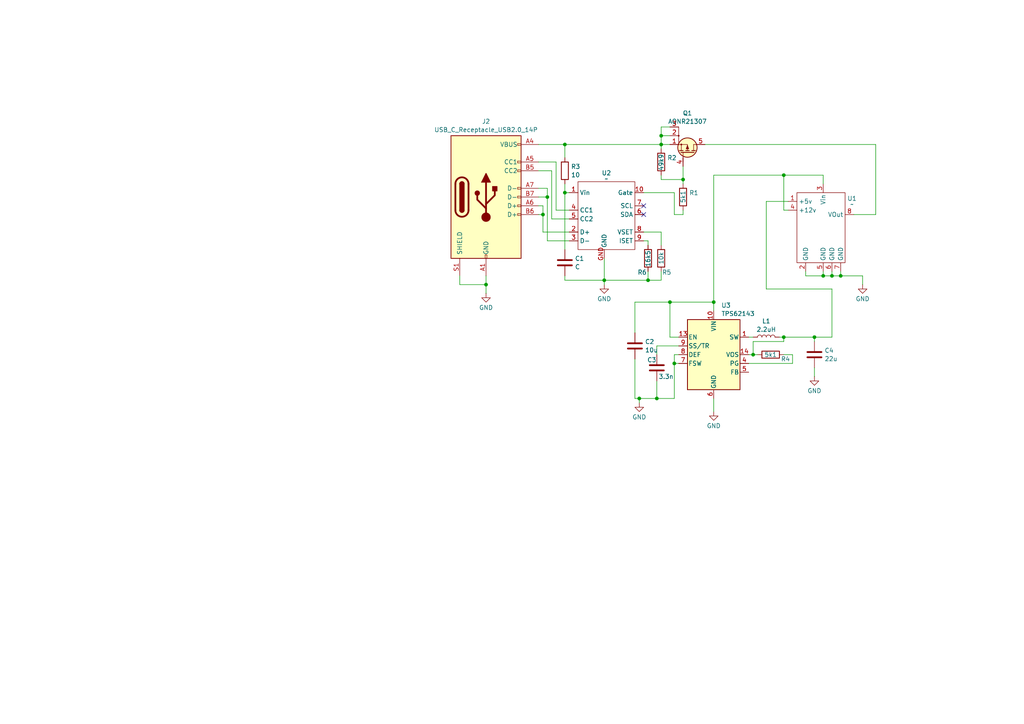
<source format=kicad_sch>
(kicad_sch
	(version 20231120)
	(generator "eeschema")
	(generator_version "8.0")
	(uuid "8f882a8a-c0ca-4071-a1ed-fc48dcb9cb86")
	(paper "A4")
	(lib_symbols
		(symbol "Connector:USB_C_Receptacle_USB2.0_14P"
			(pin_names
				(offset 1.016)
			)
			(exclude_from_sim no)
			(in_bom yes)
			(on_board yes)
			(property "Reference" "J"
				(at 0 22.225 0)
				(effects
					(font
						(size 1.27 1.27)
					)
				)
			)
			(property "Value" "USB_C_Receptacle_USB2.0_14P"
				(at 0 19.685 0)
				(effects
					(font
						(size 1.27 1.27)
					)
				)
			)
			(property "Footprint" ""
				(at 3.81 0 0)
				(effects
					(font
						(size 1.27 1.27)
					)
					(hide yes)
				)
			)
			(property "Datasheet" "https://www.usb.org/sites/default/files/documents/usb_type-c.zip"
				(at 3.81 0 0)
				(effects
					(font
						(size 1.27 1.27)
					)
					(hide yes)
				)
			)
			(property "Description" "USB 2.0-only 14P Type-C Receptacle connector"
				(at 0 0 0)
				(effects
					(font
						(size 1.27 1.27)
					)
					(hide yes)
				)
			)
			(property "ki_keywords" "usb universal serial bus type-C USB2.0"
				(at 0 0 0)
				(effects
					(font
						(size 1.27 1.27)
					)
					(hide yes)
				)
			)
			(property "ki_fp_filters" "USB*C*Receptacle*"
				(at 0 0 0)
				(effects
					(font
						(size 1.27 1.27)
					)
					(hide yes)
				)
			)
			(symbol "USB_C_Receptacle_USB2.0_14P_0_0"
				(rectangle
					(start -0.254 -17.78)
					(end 0.254 -16.764)
					(stroke
						(width 0)
						(type default)
					)
					(fill
						(type none)
					)
				)
				(rectangle
					(start 10.16 -4.826)
					(end 9.144 -5.334)
					(stroke
						(width 0)
						(type default)
					)
					(fill
						(type none)
					)
				)
				(rectangle
					(start 10.16 -2.286)
					(end 9.144 -2.794)
					(stroke
						(width 0)
						(type default)
					)
					(fill
						(type none)
					)
				)
				(rectangle
					(start 10.16 0.254)
					(end 9.144 -0.254)
					(stroke
						(width 0)
						(type default)
					)
					(fill
						(type none)
					)
				)
				(rectangle
					(start 10.16 2.794)
					(end 9.144 2.286)
					(stroke
						(width 0)
						(type default)
					)
					(fill
						(type none)
					)
				)
				(rectangle
					(start 10.16 7.874)
					(end 9.144 7.366)
					(stroke
						(width 0)
						(type default)
					)
					(fill
						(type none)
					)
				)
				(rectangle
					(start 10.16 10.414)
					(end 9.144 9.906)
					(stroke
						(width 0)
						(type default)
					)
					(fill
						(type none)
					)
				)
				(rectangle
					(start 10.16 15.494)
					(end 9.144 14.986)
					(stroke
						(width 0)
						(type default)
					)
					(fill
						(type none)
					)
				)
			)
			(symbol "USB_C_Receptacle_USB2.0_14P_0_1"
				(rectangle
					(start -10.16 17.78)
					(end 10.16 -17.78)
					(stroke
						(width 0.254)
						(type default)
					)
					(fill
						(type background)
					)
				)
				(arc
					(start -8.89 -3.81)
					(mid -6.985 -5.7067)
					(end -5.08 -3.81)
					(stroke
						(width 0.508)
						(type default)
					)
					(fill
						(type none)
					)
				)
				(arc
					(start -7.62 -3.81)
					(mid -6.985 -4.4423)
					(end -6.35 -3.81)
					(stroke
						(width 0.254)
						(type default)
					)
					(fill
						(type none)
					)
				)
				(arc
					(start -7.62 -3.81)
					(mid -6.985 -4.4423)
					(end -6.35 -3.81)
					(stroke
						(width 0.254)
						(type default)
					)
					(fill
						(type outline)
					)
				)
				(rectangle
					(start -7.62 -3.81)
					(end -6.35 3.81)
					(stroke
						(width 0.254)
						(type default)
					)
					(fill
						(type outline)
					)
				)
				(arc
					(start -6.35 3.81)
					(mid -6.985 4.4423)
					(end -7.62 3.81)
					(stroke
						(width 0.254)
						(type default)
					)
					(fill
						(type none)
					)
				)
				(arc
					(start -6.35 3.81)
					(mid -6.985 4.4423)
					(end -7.62 3.81)
					(stroke
						(width 0.254)
						(type default)
					)
					(fill
						(type outline)
					)
				)
				(arc
					(start -5.08 3.81)
					(mid -6.985 5.7067)
					(end -8.89 3.81)
					(stroke
						(width 0.508)
						(type default)
					)
					(fill
						(type none)
					)
				)
				(circle
					(center -2.54 1.143)
					(radius 0.635)
					(stroke
						(width 0.254)
						(type default)
					)
					(fill
						(type outline)
					)
				)
				(circle
					(center 0 -5.842)
					(radius 1.27)
					(stroke
						(width 0)
						(type default)
					)
					(fill
						(type outline)
					)
				)
				(polyline
					(pts
						(xy -8.89 -3.81) (xy -8.89 3.81)
					)
					(stroke
						(width 0.508)
						(type default)
					)
					(fill
						(type none)
					)
				)
				(polyline
					(pts
						(xy -5.08 3.81) (xy -5.08 -3.81)
					)
					(stroke
						(width 0.508)
						(type default)
					)
					(fill
						(type none)
					)
				)
				(polyline
					(pts
						(xy 0 -5.842) (xy 0 4.318)
					)
					(stroke
						(width 0.508)
						(type default)
					)
					(fill
						(type none)
					)
				)
				(polyline
					(pts
						(xy 0 -3.302) (xy -2.54 -0.762) (xy -2.54 0.508)
					)
					(stroke
						(width 0.508)
						(type default)
					)
					(fill
						(type none)
					)
				)
				(polyline
					(pts
						(xy 0 -2.032) (xy 2.54 0.508) (xy 2.54 1.778)
					)
					(stroke
						(width 0.508)
						(type default)
					)
					(fill
						(type none)
					)
				)
				(polyline
					(pts
						(xy -1.27 4.318) (xy 0 6.858) (xy 1.27 4.318) (xy -1.27 4.318)
					)
					(stroke
						(width 0.254)
						(type default)
					)
					(fill
						(type outline)
					)
				)
				(rectangle
					(start 1.905 1.778)
					(end 3.175 3.048)
					(stroke
						(width 0.254)
						(type default)
					)
					(fill
						(type outline)
					)
				)
			)
			(symbol "USB_C_Receptacle_USB2.0_14P_1_1"
				(pin passive line
					(at 0 -22.86 90)
					(length 5.08)
					(name "GND"
						(effects
							(font
								(size 1.27 1.27)
							)
						)
					)
					(number "A1"
						(effects
							(font
								(size 1.27 1.27)
							)
						)
					)
				)
				(pin passive line
					(at 0 -22.86 90)
					(length 5.08) hide
					(name "GND"
						(effects
							(font
								(size 1.27 1.27)
							)
						)
					)
					(number "A12"
						(effects
							(font
								(size 1.27 1.27)
							)
						)
					)
				)
				(pin passive line
					(at 15.24 15.24 180)
					(length 5.08)
					(name "VBUS"
						(effects
							(font
								(size 1.27 1.27)
							)
						)
					)
					(number "A4"
						(effects
							(font
								(size 1.27 1.27)
							)
						)
					)
				)
				(pin bidirectional line
					(at 15.24 10.16 180)
					(length 5.08)
					(name "CC1"
						(effects
							(font
								(size 1.27 1.27)
							)
						)
					)
					(number "A5"
						(effects
							(font
								(size 1.27 1.27)
							)
						)
					)
				)
				(pin bidirectional line
					(at 15.24 -2.54 180)
					(length 5.08)
					(name "D+"
						(effects
							(font
								(size 1.27 1.27)
							)
						)
					)
					(number "A6"
						(effects
							(font
								(size 1.27 1.27)
							)
						)
					)
				)
				(pin bidirectional line
					(at 15.24 2.54 180)
					(length 5.08)
					(name "D-"
						(effects
							(font
								(size 1.27 1.27)
							)
						)
					)
					(number "A7"
						(effects
							(font
								(size 1.27 1.27)
							)
						)
					)
				)
				(pin passive line
					(at 15.24 15.24 180)
					(length 5.08) hide
					(name "VBUS"
						(effects
							(font
								(size 1.27 1.27)
							)
						)
					)
					(number "A9"
						(effects
							(font
								(size 1.27 1.27)
							)
						)
					)
				)
				(pin passive line
					(at 0 -22.86 90)
					(length 5.08) hide
					(name "GND"
						(effects
							(font
								(size 1.27 1.27)
							)
						)
					)
					(number "B1"
						(effects
							(font
								(size 1.27 1.27)
							)
						)
					)
				)
				(pin passive line
					(at 0 -22.86 90)
					(length 5.08) hide
					(name "GND"
						(effects
							(font
								(size 1.27 1.27)
							)
						)
					)
					(number "B12"
						(effects
							(font
								(size 1.27 1.27)
							)
						)
					)
				)
				(pin passive line
					(at 15.24 15.24 180)
					(length 5.08) hide
					(name "VBUS"
						(effects
							(font
								(size 1.27 1.27)
							)
						)
					)
					(number "B4"
						(effects
							(font
								(size 1.27 1.27)
							)
						)
					)
				)
				(pin bidirectional line
					(at 15.24 7.62 180)
					(length 5.08)
					(name "CC2"
						(effects
							(font
								(size 1.27 1.27)
							)
						)
					)
					(number "B5"
						(effects
							(font
								(size 1.27 1.27)
							)
						)
					)
				)
				(pin bidirectional line
					(at 15.24 -5.08 180)
					(length 5.08)
					(name "D+"
						(effects
							(font
								(size 1.27 1.27)
							)
						)
					)
					(number "B6"
						(effects
							(font
								(size 1.27 1.27)
							)
						)
					)
				)
				(pin bidirectional line
					(at 15.24 0 180)
					(length 5.08)
					(name "D-"
						(effects
							(font
								(size 1.27 1.27)
							)
						)
					)
					(number "B7"
						(effects
							(font
								(size 1.27 1.27)
							)
						)
					)
				)
				(pin passive line
					(at 15.24 15.24 180)
					(length 5.08) hide
					(name "VBUS"
						(effects
							(font
								(size 1.27 1.27)
							)
						)
					)
					(number "B9"
						(effects
							(font
								(size 1.27 1.27)
							)
						)
					)
				)
				(pin passive line
					(at -7.62 -22.86 90)
					(length 5.08)
					(name "SHIELD"
						(effects
							(font
								(size 1.27 1.27)
							)
						)
					)
					(number "S1"
						(effects
							(font
								(size 1.27 1.27)
							)
						)
					)
				)
			)
		)
		(symbol "Device:C"
			(pin_numbers hide)
			(pin_names
				(offset 0.254)
			)
			(exclude_from_sim no)
			(in_bom yes)
			(on_board yes)
			(property "Reference" "C"
				(at 0.635 2.54 0)
				(effects
					(font
						(size 1.27 1.27)
					)
					(justify left)
				)
			)
			(property "Value" "C"
				(at 0.635 -2.54 0)
				(effects
					(font
						(size 1.27 1.27)
					)
					(justify left)
				)
			)
			(property "Footprint" ""
				(at 0.9652 -3.81 0)
				(effects
					(font
						(size 1.27 1.27)
					)
					(hide yes)
				)
			)
			(property "Datasheet" "~"
				(at 0 0 0)
				(effects
					(font
						(size 1.27 1.27)
					)
					(hide yes)
				)
			)
			(property "Description" "Unpolarized capacitor"
				(at 0 0 0)
				(effects
					(font
						(size 1.27 1.27)
					)
					(hide yes)
				)
			)
			(property "ki_keywords" "cap capacitor"
				(at 0 0 0)
				(effects
					(font
						(size 1.27 1.27)
					)
					(hide yes)
				)
			)
			(property "ki_fp_filters" "C_*"
				(at 0 0 0)
				(effects
					(font
						(size 1.27 1.27)
					)
					(hide yes)
				)
			)
			(symbol "C_0_1"
				(polyline
					(pts
						(xy -2.032 -0.762) (xy 2.032 -0.762)
					)
					(stroke
						(width 0.508)
						(type default)
					)
					(fill
						(type none)
					)
				)
				(polyline
					(pts
						(xy -2.032 0.762) (xy 2.032 0.762)
					)
					(stroke
						(width 0.508)
						(type default)
					)
					(fill
						(type none)
					)
				)
			)
			(symbol "C_1_1"
				(pin passive line
					(at 0 3.81 270)
					(length 2.794)
					(name "~"
						(effects
							(font
								(size 1.27 1.27)
							)
						)
					)
					(number "1"
						(effects
							(font
								(size 1.27 1.27)
							)
						)
					)
				)
				(pin passive line
					(at 0 -3.81 90)
					(length 2.794)
					(name "~"
						(effects
							(font
								(size 1.27 1.27)
							)
						)
					)
					(number "2"
						(effects
							(font
								(size 1.27 1.27)
							)
						)
					)
				)
			)
		)
		(symbol "Device:L"
			(pin_numbers hide)
			(pin_names
				(offset 1.016) hide)
			(exclude_from_sim no)
			(in_bom yes)
			(on_board yes)
			(property "Reference" "L"
				(at -1.27 0 90)
				(effects
					(font
						(size 1.27 1.27)
					)
				)
			)
			(property "Value" "L"
				(at 1.905 0 90)
				(effects
					(font
						(size 1.27 1.27)
					)
				)
			)
			(property "Footprint" ""
				(at 0 0 0)
				(effects
					(font
						(size 1.27 1.27)
					)
					(hide yes)
				)
			)
			(property "Datasheet" "~"
				(at 0 0 0)
				(effects
					(font
						(size 1.27 1.27)
					)
					(hide yes)
				)
			)
			(property "Description" "Inductor"
				(at 0 0 0)
				(effects
					(font
						(size 1.27 1.27)
					)
					(hide yes)
				)
			)
			(property "ki_keywords" "inductor choke coil reactor magnetic"
				(at 0 0 0)
				(effects
					(font
						(size 1.27 1.27)
					)
					(hide yes)
				)
			)
			(property "ki_fp_filters" "Choke_* *Coil* Inductor_* L_*"
				(at 0 0 0)
				(effects
					(font
						(size 1.27 1.27)
					)
					(hide yes)
				)
			)
			(symbol "L_0_1"
				(arc
					(start 0 -2.54)
					(mid 0.6323 -1.905)
					(end 0 -1.27)
					(stroke
						(width 0)
						(type default)
					)
					(fill
						(type none)
					)
				)
				(arc
					(start 0 -1.27)
					(mid 0.6323 -0.635)
					(end 0 0)
					(stroke
						(width 0)
						(type default)
					)
					(fill
						(type none)
					)
				)
				(arc
					(start 0 0)
					(mid 0.6323 0.635)
					(end 0 1.27)
					(stroke
						(width 0)
						(type default)
					)
					(fill
						(type none)
					)
				)
				(arc
					(start 0 1.27)
					(mid 0.6323 1.905)
					(end 0 2.54)
					(stroke
						(width 0)
						(type default)
					)
					(fill
						(type none)
					)
				)
			)
			(symbol "L_1_1"
				(pin passive line
					(at 0 3.81 270)
					(length 1.27)
					(name "1"
						(effects
							(font
								(size 1.27 1.27)
							)
						)
					)
					(number "1"
						(effects
							(font
								(size 1.27 1.27)
							)
						)
					)
				)
				(pin passive line
					(at 0 -3.81 90)
					(length 1.27)
					(name "2"
						(effects
							(font
								(size 1.27 1.27)
							)
						)
					)
					(number "2"
						(effects
							(font
								(size 1.27 1.27)
							)
						)
					)
				)
			)
		)
		(symbol "Device:R"
			(pin_numbers hide)
			(pin_names
				(offset 0)
			)
			(exclude_from_sim no)
			(in_bom yes)
			(on_board yes)
			(property "Reference" "R"
				(at 2.032 0 90)
				(effects
					(font
						(size 1.27 1.27)
					)
				)
			)
			(property "Value" "R"
				(at 0 0 90)
				(effects
					(font
						(size 1.27 1.27)
					)
				)
			)
			(property "Footprint" ""
				(at -1.778 0 90)
				(effects
					(font
						(size 1.27 1.27)
					)
					(hide yes)
				)
			)
			(property "Datasheet" "~"
				(at 0 0 0)
				(effects
					(font
						(size 1.27 1.27)
					)
					(hide yes)
				)
			)
			(property "Description" "Resistor"
				(at 0 0 0)
				(effects
					(font
						(size 1.27 1.27)
					)
					(hide yes)
				)
			)
			(property "ki_keywords" "R res resistor"
				(at 0 0 0)
				(effects
					(font
						(size 1.27 1.27)
					)
					(hide yes)
				)
			)
			(property "ki_fp_filters" "R_*"
				(at 0 0 0)
				(effects
					(font
						(size 1.27 1.27)
					)
					(hide yes)
				)
			)
			(symbol "R_0_1"
				(rectangle
					(start -1.016 -2.54)
					(end 1.016 2.54)
					(stroke
						(width 0.254)
						(type default)
					)
					(fill
						(type none)
					)
				)
			)
			(symbol "R_1_1"
				(pin passive line
					(at 0 3.81 270)
					(length 1.27)
					(name "~"
						(effects
							(font
								(size 1.27 1.27)
							)
						)
					)
					(number "1"
						(effects
							(font
								(size 1.27 1.27)
							)
						)
					)
				)
				(pin passive line
					(at 0 -3.81 90)
					(length 1.27)
					(name "~"
						(effects
							(font
								(size 1.27 1.27)
							)
						)
					)
					(number "2"
						(effects
							(font
								(size 1.27 1.27)
							)
						)
					)
				)
			)
		)
		(symbol "PCM_Transistor_MOSFET_AKL:AONR21307"
			(pin_names hide)
			(exclude_from_sim no)
			(in_bom yes)
			(on_board yes)
			(property "Reference" "Q"
				(at 5.08 1.27 0)
				(effects
					(font
						(size 1.27 1.27)
					)
					(justify left)
				)
			)
			(property "Value" "AONR21307"
				(at 5.08 -1.27 0)
				(effects
					(font
						(size 1.27 1.27)
					)
					(justify left)
				)
			)
			(property "Footprint" "PCM_Package_SON_AKL:Infineon_PG_TSDSON-8"
				(at 5.08 -2.54 0)
				(effects
					(font
						(size 1.27 1.27)
					)
					(hide yes)
				)
			)
			(property "Datasheet" "https://www.tme.eu/Document/8578f832fc840c67d81f03dee33c20cd/AONR21307.pdf"
				(at 0 0 0)
				(effects
					(font
						(size 1.27 1.27)
					)
					(hide yes)
				)
			)
			(property "Description" "TSDSON-8 P-MOSFET enchancement mode transistor, 30V, 24A, 28W, Alternate KiCAD Library"
				(at 0 0 0)
				(effects
					(font
						(size 1.27 1.27)
					)
					(hide yes)
				)
			)
			(property "ki_keywords" "enchancement mosfet pmosfet p-mosfet pmos p-mos emos emosfet AONR21307"
				(at 0 0 0)
				(effects
					(font
						(size 1.27 1.27)
					)
					(hide yes)
				)
			)
			(symbol "AONR21307_0_1"
				(polyline
					(pts
						(xy 0.254 -1.905) (xy 0.254 1.905)
					)
					(stroke
						(width 0.254)
						(type default)
					)
					(fill
						(type none)
					)
				)
				(polyline
					(pts
						(xy 0.254 1.27) (xy -2.54 1.27)
					)
					(stroke
						(width 0)
						(type default)
					)
					(fill
						(type none)
					)
				)
				(polyline
					(pts
						(xy 0.762 -2.286) (xy 0.762 -1.27)
					)
					(stroke
						(width 0.254)
						(type default)
					)
					(fill
						(type none)
					)
				)
				(polyline
					(pts
						(xy 0.762 -1.778) (xy 2.54 -1.778)
					)
					(stroke
						(width 0)
						(type default)
					)
					(fill
						(type none)
					)
				)
				(polyline
					(pts
						(xy 0.762 -0.508) (xy 0.762 0.508)
					)
					(stroke
						(width 0.254)
						(type default)
					)
					(fill
						(type none)
					)
				)
				(polyline
					(pts
						(xy 0.762 1.27) (xy 0.762 2.286)
					)
					(stroke
						(width 0.254)
						(type default)
					)
					(fill
						(type none)
					)
				)
				(polyline
					(pts
						(xy 0.762 1.778) (xy 2.54 1.778)
					)
					(stroke
						(width 0)
						(type default)
					)
					(fill
						(type none)
					)
				)
				(polyline
					(pts
						(xy 2.54 -2.54) (xy 2.54 -1.778)
					)
					(stroke
						(width 0)
						(type default)
					)
					(fill
						(type none)
					)
				)
				(polyline
					(pts
						(xy 2.54 2.54) (xy 7.62 2.54)
					)
					(stroke
						(width 0)
						(type default)
					)
					(fill
						(type none)
					)
				)
				(polyline
					(pts
						(xy 2.54 2.54) (xy 2.54 0) (xy 0.762 0)
					)
					(stroke
						(width 0)
						(type default)
					)
					(fill
						(type none)
					)
				)
				(polyline
					(pts
						(xy 2.286 0) (xy 1.27 -0.381) (xy 1.27 0.381) (xy 2.286 0)
					)
					(stroke
						(width 0)
						(type default)
					)
					(fill
						(type outline)
					)
				)
				(circle
					(center 5.08 2.54)
					(radius 0.1778)
					(stroke
						(width 0)
						(type default)
					)
					(fill
						(type outline)
					)
				)
			)
			(symbol "AONR21307_1_1"
				(circle
					(center 1.651 0)
					(radius 2.794)
					(stroke
						(width 0.254)
						(type default)
					)
					(fill
						(type background)
					)
				)
				(circle
					(center 2.54 1.778)
					(radius 0.1778)
					(stroke
						(width 0)
						(type default)
					)
					(fill
						(type outline)
					)
				)
				(pin passive line
					(at 2.54 5.08 270)
					(length 2.54)
					(name "S"
						(effects
							(font
								(size 1.27 1.27)
							)
						)
					)
					(number "1"
						(effects
							(font
								(size 1.27 1.27)
							)
						)
					)
				)
				(pin passive line
					(at 5.08 5.08 270)
					(length 2.54)
					(name "S"
						(effects
							(font
								(size 1.27 1.27)
							)
						)
					)
					(number "2"
						(effects
							(font
								(size 1.27 1.27)
							)
						)
					)
				)
				(pin passive line
					(at 7.62 5.08 270)
					(length 2.54)
					(name "S"
						(effects
							(font
								(size 1.27 1.27)
							)
						)
					)
					(number "3"
						(effects
							(font
								(size 1.27 1.27)
							)
						)
					)
				)
				(pin input line
					(at -3.81 1.27 0)
					(length 2.54)
					(name "G"
						(effects
							(font
								(size 1.27 1.27)
							)
						)
					)
					(number "4"
						(effects
							(font
								(size 1.27 1.27)
							)
						)
					)
				)
				(pin passive line
					(at 2.54 -5.08 90)
					(length 2.54)
					(name "D"
						(effects
							(font
								(size 1.27 1.27)
							)
						)
					)
					(number "5"
						(effects
							(font
								(size 1.27 1.27)
							)
						)
					)
				)
			)
		)
		(symbol "Regulator_Switching:TPS62143"
			(pin_names
				(offset 0.254)
			)
			(exclude_from_sim no)
			(in_bom yes)
			(on_board yes)
			(property "Reference" "U"
				(at 3.81 13.97 0)
				(effects
					(font
						(size 1.27 1.27)
					)
					(justify left)
				)
			)
			(property "Value" "TPS62143"
				(at 3.81 11.43 0)
				(effects
					(font
						(size 1.27 1.27)
					)
					(justify left)
				)
			)
			(property "Footprint" "Package_DFN_QFN:VQFN-16-1EP_3x3mm_P0.5mm_EP1.68x1.68mm_ThermalVias"
				(at 3.81 -11.43 0)
				(effects
					(font
						(size 1.27 1.27)
					)
					(justify left)
					(hide yes)
				)
			)
			(property "Datasheet" "http://www.ti.com/lit/ds/symlink/TPS62140.pdf"
				(at 0 0 0)
				(effects
					(font
						(size 1.27 1.27)
					)
					(hide yes)
				)
			)
			(property "Description" "2A Step-Down Converter with DCS-Control, Fixed 5.0V Output Voltage, 3-17V Input Voltage, QFN-16"
				(at 0 0 0)
				(effects
					(font
						(size 1.27 1.27)
					)
					(hide yes)
				)
			)
			(property "ki_keywords" "step-down dcdc"
				(at 0 0 0)
				(effects
					(font
						(size 1.27 1.27)
					)
					(hide yes)
				)
			)
			(property "ki_fp_filters" "VQFN*1EP*3x3mm*P0.5mm*"
				(at 0 0 0)
				(effects
					(font
						(size 1.27 1.27)
					)
					(hide yes)
				)
			)
			(symbol "TPS62143_0_1"
				(rectangle
					(start -7.62 10.16)
					(end 7.62 -10.16)
					(stroke
						(width 0.254)
						(type default)
					)
					(fill
						(type background)
					)
				)
			)
			(symbol "TPS62143_1_1"
				(pin output line
					(at 10.16 5.08 180)
					(length 2.54)
					(name "SW"
						(effects
							(font
								(size 1.27 1.27)
							)
						)
					)
					(number "1"
						(effects
							(font
								(size 1.27 1.27)
							)
						)
					)
				)
				(pin power_in line
					(at 0 12.7 270)
					(length 2.54)
					(name "VIN"
						(effects
							(font
								(size 1.27 1.27)
							)
						)
					)
					(number "10"
						(effects
							(font
								(size 1.27 1.27)
							)
						)
					)
				)
				(pin passive line
					(at 0 12.7 270)
					(length 2.54) hide
					(name "VIN"
						(effects
							(font
								(size 1.27 1.27)
							)
						)
					)
					(number "11"
						(effects
							(font
								(size 1.27 1.27)
							)
						)
					)
				)
				(pin passive line
					(at 0 12.7 270)
					(length 2.54) hide
					(name "VIN"
						(effects
							(font
								(size 1.27 1.27)
							)
						)
					)
					(number "12"
						(effects
							(font
								(size 1.27 1.27)
							)
						)
					)
				)
				(pin input line
					(at -10.16 5.08 0)
					(length 2.54)
					(name "EN"
						(effects
							(font
								(size 1.27 1.27)
							)
						)
					)
					(number "13"
						(effects
							(font
								(size 1.27 1.27)
							)
						)
					)
				)
				(pin input line
					(at 10.16 0 180)
					(length 2.54)
					(name "VOS"
						(effects
							(font
								(size 1.27 1.27)
							)
						)
					)
					(number "14"
						(effects
							(font
								(size 1.27 1.27)
							)
						)
					)
				)
				(pin passive line
					(at 0 -12.7 90)
					(length 2.54) hide
					(name "GND"
						(effects
							(font
								(size 1.27 1.27)
							)
						)
					)
					(number "15"
						(effects
							(font
								(size 1.27 1.27)
							)
						)
					)
				)
				(pin passive line
					(at 0 -12.7 90)
					(length 2.54) hide
					(name "GND"
						(effects
							(font
								(size 1.27 1.27)
							)
						)
					)
					(number "16"
						(effects
							(font
								(size 1.27 1.27)
							)
						)
					)
				)
				(pin passive line
					(at 0 -12.7 90)
					(length 2.54) hide
					(name "GND"
						(effects
							(font
								(size 1.27 1.27)
							)
						)
					)
					(number "17"
						(effects
							(font
								(size 1.27 1.27)
							)
						)
					)
				)
				(pin passive line
					(at 10.16 5.08 180)
					(length 2.54) hide
					(name "SW"
						(effects
							(font
								(size 1.27 1.27)
							)
						)
					)
					(number "2"
						(effects
							(font
								(size 1.27 1.27)
							)
						)
					)
				)
				(pin passive line
					(at 10.16 5.08 180)
					(length 2.54) hide
					(name "SW"
						(effects
							(font
								(size 1.27 1.27)
							)
						)
					)
					(number "3"
						(effects
							(font
								(size 1.27 1.27)
							)
						)
					)
				)
				(pin open_collector line
					(at 10.16 -2.54 180)
					(length 2.54)
					(name "PG"
						(effects
							(font
								(size 1.27 1.27)
							)
						)
					)
					(number "4"
						(effects
							(font
								(size 1.27 1.27)
							)
						)
					)
				)
				(pin input line
					(at 10.16 -5.08 180)
					(length 2.54)
					(name "FB"
						(effects
							(font
								(size 1.27 1.27)
							)
						)
					)
					(number "5"
						(effects
							(font
								(size 1.27 1.27)
							)
						)
					)
				)
				(pin power_in line
					(at 0 -12.7 90)
					(length 2.54)
					(name "GND"
						(effects
							(font
								(size 1.27 1.27)
							)
						)
					)
					(number "6"
						(effects
							(font
								(size 1.27 1.27)
							)
						)
					)
				)
				(pin input line
					(at -10.16 -2.54 0)
					(length 2.54)
					(name "FSW"
						(effects
							(font
								(size 1.27 1.27)
							)
						)
					)
					(number "7"
						(effects
							(font
								(size 1.27 1.27)
							)
						)
					)
				)
				(pin input line
					(at -10.16 0 0)
					(length 2.54)
					(name "DEF"
						(effects
							(font
								(size 1.27 1.27)
							)
						)
					)
					(number "8"
						(effects
							(font
								(size 1.27 1.27)
							)
						)
					)
				)
				(pin input line
					(at -10.16 2.54 0)
					(length 2.54)
					(name "SS/TR"
						(effects
							(font
								(size 1.27 1.27)
							)
						)
					)
					(number "9"
						(effects
							(font
								(size 1.27 1.27)
							)
						)
					)
				)
			)
		)
		(symbol "power:GND"
			(power)
			(pin_numbers hide)
			(pin_names
				(offset 0) hide)
			(exclude_from_sim no)
			(in_bom yes)
			(on_board yes)
			(property "Reference" "#PWR"
				(at 0 -6.35 0)
				(effects
					(font
						(size 1.27 1.27)
					)
					(hide yes)
				)
			)
			(property "Value" "GND"
				(at 0 -3.81 0)
				(effects
					(font
						(size 1.27 1.27)
					)
				)
			)
			(property "Footprint" ""
				(at 0 0 0)
				(effects
					(font
						(size 1.27 1.27)
					)
					(hide yes)
				)
			)
			(property "Datasheet" ""
				(at 0 0 0)
				(effects
					(font
						(size 1.27 1.27)
					)
					(hide yes)
				)
			)
			(property "Description" "Power symbol creates a global label with name \"GND\" , ground"
				(at 0 0 0)
				(effects
					(font
						(size 1.27 1.27)
					)
					(hide yes)
				)
			)
			(property "ki_keywords" "global power"
				(at 0 0 0)
				(effects
					(font
						(size 1.27 1.27)
					)
					(hide yes)
				)
			)
			(symbol "GND_0_1"
				(polyline
					(pts
						(xy 0 0) (xy 0 -1.27) (xy 1.27 -1.27) (xy 0 -2.54) (xy -1.27 -1.27) (xy 0 -1.27)
					)
					(stroke
						(width 0)
						(type default)
					)
					(fill
						(type none)
					)
				)
			)
			(symbol "GND_1_1"
				(pin power_in line
					(at 0 0 270)
					(length 0)
					(name "~"
						(effects
							(font
								(size 1.27 1.27)
							)
						)
					)
					(number "1"
						(effects
							(font
								(size 1.27 1.27)
							)
						)
					)
				)
			)
		)
		(symbol "usb-c_power:HUSB238"
			(exclude_from_sim no)
			(in_bom yes)
			(on_board yes)
			(property "Reference" "U"
				(at 0 0 0)
				(effects
					(font
						(size 1.27 1.27)
					)
				)
			)
			(property "Value" ""
				(at 0 0 0)
				(effects
					(font
						(size 1.27 1.27)
					)
				)
			)
			(property "Footprint" ""
				(at 0 0 0)
				(effects
					(font
						(size 1.27 1.27)
					)
					(hide yes)
				)
			)
			(property "Datasheet" ""
				(at 0 0 0)
				(effects
					(font
						(size 1.27 1.27)
					)
					(hide yes)
				)
			)
			(property "Description" ""
				(at 0 0 0)
				(effects
					(font
						(size 1.27 1.27)
					)
					(hide yes)
				)
			)
			(symbol "HUSB238_0_1"
				(rectangle
					(start -1.27 23.495)
					(end 15.24 3.81)
					(stroke
						(width 0)
						(type default)
					)
					(fill
						(type none)
					)
				)
			)
			(symbol "HUSB238_1_1"
				(pin power_in line
					(at -3.81 20.32 0)
					(length 2.54)
					(name "Vin"
						(effects
							(font
								(size 1.27 1.27)
							)
						)
					)
					(number "1"
						(effects
							(font
								(size 1.27 1.27)
							)
						)
					)
				)
				(pin output line
					(at 17.78 20.32 180)
					(length 2.54)
					(name "Gate"
						(effects
							(font
								(size 1.27 1.27)
							)
						)
					)
					(number "10"
						(effects
							(font
								(size 1.27 1.27)
							)
						)
					)
				)
				(pin bidirectional line
					(at -3.81 8.89 0)
					(length 2.54)
					(name "D+"
						(effects
							(font
								(size 1.27 1.27)
							)
						)
					)
					(number "2"
						(effects
							(font
								(size 1.27 1.27)
							)
						)
					)
				)
				(pin bidirectional line
					(at -3.81 6.35 0)
					(length 2.54)
					(name "D-"
						(effects
							(font
								(size 1.27 1.27)
							)
						)
					)
					(number "3"
						(effects
							(font
								(size 1.27 1.27)
							)
						)
					)
				)
				(pin input line
					(at -3.81 15.24 0)
					(length 2.54)
					(name "CC1"
						(effects
							(font
								(size 1.27 1.27)
							)
						)
					)
					(number "4"
						(effects
							(font
								(size 1.27 1.27)
							)
						)
					)
				)
				(pin input line
					(at -3.81 12.7 0)
					(length 2.54)
					(name "CC2"
						(effects
							(font
								(size 1.27 1.27)
							)
						)
					)
					(number "5"
						(effects
							(font
								(size 1.27 1.27)
							)
						)
					)
				)
				(pin bidirectional line
					(at 17.78 13.97 180)
					(length 2.54)
					(name "SDA"
						(effects
							(font
								(size 1.27 1.27)
							)
						)
					)
					(number "6"
						(effects
							(font
								(size 1.27 1.27)
							)
						)
					)
				)
				(pin bidirectional line
					(at 17.78 16.51 180)
					(length 2.54)
					(name "SCL"
						(effects
							(font
								(size 1.27 1.27)
							)
						)
					)
					(number "7"
						(effects
							(font
								(size 1.27 1.27)
							)
						)
					)
				)
				(pin bidirectional line
					(at 17.78 8.89 180)
					(length 2.54)
					(name "VSET"
						(effects
							(font
								(size 1.27 1.27)
							)
						)
					)
					(number "8"
						(effects
							(font
								(size 1.27 1.27)
							)
						)
					)
				)
				(pin bidirectional line
					(at 17.78 6.35 180)
					(length 2.54)
					(name "ISET"
						(effects
							(font
								(size 1.27 1.27)
							)
						)
					)
					(number "9"
						(effects
							(font
								(size 1.27 1.27)
							)
						)
					)
				)
				(pin bidirectional line
					(at 6.35 1.27 90)
					(length 2.54)
					(name "GND"
						(effects
							(font
								(size 1.27 1.27)
							)
						)
					)
					(number "GND"
						(effects
							(font
								(size 1.27 1.27)
							)
						)
					)
				)
			)
		)
		(symbol "usb-c_power:usb-c_power_board"
			(exclude_from_sim no)
			(in_bom yes)
			(on_board yes)
			(property "Reference" "U"
				(at 0 0 0)
				(effects
					(font
						(size 1.27 1.27)
					)
				)
			)
			(property "Value" ""
				(at 0 0 0)
				(effects
					(font
						(size 1.27 1.27)
					)
				)
			)
			(property "Footprint" ""
				(at 0 0 0)
				(effects
					(font
						(size 1.27 1.27)
					)
					(hide yes)
				)
			)
			(property "Datasheet" ""
				(at 0 0 0)
				(effects
					(font
						(size 1.27 1.27)
					)
					(hide yes)
				)
			)
			(property "Description" ""
				(at 0 0 0)
				(effects
					(font
						(size 1.27 1.27)
					)
					(hide yes)
				)
			)
			(symbol "usb-c_power_board_0_1"
				(rectangle
					(start -2.54 7.62)
					(end 11.43 -12.7)
					(stroke
						(width 0)
						(type default)
					)
					(fill
						(type none)
					)
				)
			)
			(symbol "usb-c_power_board_1_1"
				(pin power_out line
					(at -5.08 5.08 0)
					(length 2.54)
					(name "+5v"
						(effects
							(font
								(size 1.27 1.27)
							)
						)
					)
					(number "1"
						(effects
							(font
								(size 1.27 1.27)
							)
						)
					)
				)
				(pin power_out line
					(at 0 -15.24 90)
					(length 2.54)
					(name "GND"
						(effects
							(font
								(size 1.27 1.27)
							)
						)
					)
					(number "2"
						(effects
							(font
								(size 1.27 1.27)
							)
						)
					)
				)
				(pin power_in line
					(at 5.08 10.16 270)
					(length 2.54)
					(name "Vin"
						(effects
							(font
								(size 1.27 1.27)
							)
						)
					)
					(number "3"
						(effects
							(font
								(size 1.27 1.27)
							)
						)
					)
				)
				(pin power_out line
					(at -5.08 2.54 0)
					(length 2.54)
					(name "+12v"
						(effects
							(font
								(size 1.27 1.27)
							)
						)
					)
					(number "4"
						(effects
							(font
								(size 1.27 1.27)
							)
						)
					)
				)
				(pin power_out line
					(at 5.08 -15.24 90)
					(length 2.54)
					(name "GND"
						(effects
							(font
								(size 1.27 1.27)
							)
						)
					)
					(number "5"
						(effects
							(font
								(size 1.27 1.27)
							)
						)
					)
				)
				(pin power_out line
					(at 7.62 -15.24 90)
					(length 2.54)
					(name "GND"
						(effects
							(font
								(size 1.27 1.27)
							)
						)
					)
					(number "6"
						(effects
							(font
								(size 1.27 1.27)
							)
						)
					)
				)
				(pin power_out line
					(at 10.16 -15.24 90)
					(length 2.54)
					(name "GND"
						(effects
							(font
								(size 1.27 1.27)
							)
						)
					)
					(number "7"
						(effects
							(font
								(size 1.27 1.27)
							)
						)
					)
				)
				(pin power_out line
					(at 13.97 1.27 180)
					(length 2.54)
					(name "VOut"
						(effects
							(font
								(size 1.27 1.27)
							)
						)
					)
					(number "8"
						(effects
							(font
								(size 1.27 1.27)
							)
						)
					)
				)
			)
		)
	)
	(junction
		(at 191.77 39.37)
		(diameter 0)
		(color 0 0 0 0)
		(uuid "049fe700-218f-46bd-82e4-f92ee0a7e691")
	)
	(junction
		(at 195.58 105.41)
		(diameter 0)
		(color 0 0 0 0)
		(uuid "0983cc56-6de1-446c-b532-faf0738ed57d")
	)
	(junction
		(at 175.26 81.28)
		(diameter 0)
		(color 0 0 0 0)
		(uuid "0e05236a-f623-4145-9d77-5adec7d50495")
	)
	(junction
		(at 243.84 80.01)
		(diameter 0)
		(color 0 0 0 0)
		(uuid "0e5870d5-c9e1-49ef-8a4c-f39f9ee7419e")
	)
	(junction
		(at 227.33 97.79)
		(diameter 0)
		(color 0 0 0 0)
		(uuid "1ea69a1b-93cc-4913-8fac-9bebe9d0db1b")
	)
	(junction
		(at 190.5 115.57)
		(diameter 0)
		(color 0 0 0 0)
		(uuid "1ff4bba0-fe15-47aa-92cc-908736b0f9b8")
	)
	(junction
		(at 241.3 80.01)
		(diameter 0)
		(color 0 0 0 0)
		(uuid "34455ad1-18dd-4c4e-af14-6b9ce97ec91e")
	)
	(junction
		(at 194.31 87.63)
		(diameter 0)
		(color 0 0 0 0)
		(uuid "41be805f-0a3f-44a0-861b-eb94f3dbebe0")
	)
	(junction
		(at 140.97 82.55)
		(diameter 0)
		(color 0 0 0 0)
		(uuid "5cb6d125-b93e-45e6-814f-ee871da1fe75")
	)
	(junction
		(at 191.77 41.91)
		(diameter 0)
		(color 0 0 0 0)
		(uuid "5e3ccb92-2729-4684-9c0e-531c833edda0")
	)
	(junction
		(at 238.76 80.01)
		(diameter 0)
		(color 0 0 0 0)
		(uuid "624441e3-afbf-40ee-9224-6f1037ad7b1a")
	)
	(junction
		(at 207.01 87.63)
		(diameter 0)
		(color 0 0 0 0)
		(uuid "68ef8d81-c8c4-41c5-94c4-ff71ef65daaa")
	)
	(junction
		(at 218.44 102.87)
		(diameter 0)
		(color 0 0 0 0)
		(uuid "7afcafe3-8f91-44da-92b2-8d9189a004f9")
	)
	(junction
		(at 198.12 52.07)
		(diameter 0)
		(color 0 0 0 0)
		(uuid "7c2642ec-fd47-46a2-89f3-8638f46b6a1b")
	)
	(junction
		(at 227.33 50.8)
		(diameter 0)
		(color 0 0 0 0)
		(uuid "87f6512b-bbc1-4a5b-ad35-d03f3a6d99b8")
	)
	(junction
		(at 187.96 81.28)
		(diameter 0)
		(color 0 0 0 0)
		(uuid "8fd68831-f7f3-4037-ab1c-43ccfafb0d31")
	)
	(junction
		(at 157.48 62.23)
		(diameter 0)
		(color 0 0 0 0)
		(uuid "9c00900b-fcde-4893-b4d4-1620ccb8d802")
	)
	(junction
		(at 185.42 115.57)
		(diameter 0)
		(color 0 0 0 0)
		(uuid "ad0562d2-6ea0-4c80-acec-3f956c600ba9")
	)
	(junction
		(at 236.22 97.79)
		(diameter 0)
		(color 0 0 0 0)
		(uuid "b30c3949-d924-4425-9c4a-ac2010d8d1ff")
	)
	(junction
		(at 158.75 57.15)
		(diameter 0)
		(color 0 0 0 0)
		(uuid "bad13b8c-94b0-4217-9637-6f596a4173d3")
	)
	(junction
		(at 163.83 41.91)
		(diameter 0)
		(color 0 0 0 0)
		(uuid "c0f5cf0f-8e9f-4217-b848-a34384a82525")
	)
	(junction
		(at 163.83 55.88)
		(diameter 0)
		(color 0 0 0 0)
		(uuid "c4c2fff5-a090-402f-9b9f-512339a8cfe4")
	)
	(no_connect
		(at 186.69 59.69)
		(uuid "53baaa40-4fe9-42c2-b118-2326ba867aa7")
	)
	(no_connect
		(at 186.69 62.23)
		(uuid "c509275e-4612-41d1-9d1a-92e6cf385bee")
	)
	(wire
		(pts
			(xy 241.3 83.82) (xy 222.25 83.82)
		)
		(stroke
			(width 0)
			(type default)
		)
		(uuid "00598ea2-f14c-411f-976d-c80555967f66")
	)
	(wire
		(pts
			(xy 198.12 60.96) (xy 198.12 62.23)
		)
		(stroke
			(width 0)
			(type default)
		)
		(uuid "04c29f7a-62fc-4880-ae18-c08d02c865a8")
	)
	(wire
		(pts
			(xy 204.47 41.91) (xy 254 41.91)
		)
		(stroke
			(width 0)
			(type default)
		)
		(uuid "073afef9-b434-4f04-8506-b915b361baf3")
	)
	(wire
		(pts
			(xy 191.77 50.8) (xy 191.77 52.07)
		)
		(stroke
			(width 0)
			(type default)
		)
		(uuid "0a30a6dd-4819-40e5-91f4-eb43ffeb3e11")
	)
	(wire
		(pts
			(xy 156.21 49.53) (xy 160.02 49.53)
		)
		(stroke
			(width 0)
			(type default)
		)
		(uuid "0b5a482d-5149-46ff-9361-df2384e990c6")
	)
	(wire
		(pts
			(xy 241.3 97.79) (xy 241.3 83.82)
		)
		(stroke
			(width 0)
			(type default)
		)
		(uuid "0c550f88-b03c-4429-b38d-d3076860bf6a")
	)
	(wire
		(pts
			(xy 163.83 41.91) (xy 163.83 45.72)
		)
		(stroke
			(width 0)
			(type default)
		)
		(uuid "0d4f420d-e0aa-48d9-8fe1-d0659697855c")
	)
	(wire
		(pts
			(xy 191.77 41.91) (xy 191.77 43.18)
		)
		(stroke
			(width 0)
			(type default)
		)
		(uuid "0fba290c-7592-4dbc-85de-b534d3132429")
	)
	(wire
		(pts
			(xy 184.15 96.52) (xy 184.15 87.63)
		)
		(stroke
			(width 0)
			(type default)
		)
		(uuid "135bdb2f-56b9-4648-b4f8-5470c1a0197a")
	)
	(wire
		(pts
			(xy 218.44 99.06) (xy 227.33 99.06)
		)
		(stroke
			(width 0)
			(type default)
		)
		(uuid "162a4bea-c260-4a6c-a162-3ee00b9d57d8")
	)
	(wire
		(pts
			(xy 227.33 97.79) (xy 236.22 97.79)
		)
		(stroke
			(width 0)
			(type default)
		)
		(uuid "1ab0506a-70e8-424c-ae8d-45778039af6b")
	)
	(wire
		(pts
			(xy 241.3 80.01) (xy 243.84 80.01)
		)
		(stroke
			(width 0)
			(type default)
		)
		(uuid "1b06deca-499f-4609-93e5-3c3b4cb23bf5")
	)
	(wire
		(pts
			(xy 133.35 80.01) (xy 133.35 82.55)
		)
		(stroke
			(width 0)
			(type default)
		)
		(uuid "1f06365d-b423-4f7f-9690-d188ad746b4b")
	)
	(wire
		(pts
			(xy 194.31 87.63) (xy 207.01 87.63)
		)
		(stroke
			(width 0)
			(type default)
		)
		(uuid "216685aa-894e-49d5-8f9c-e17ddbb4a9c5")
	)
	(wire
		(pts
			(xy 243.84 80.01) (xy 250.19 80.01)
		)
		(stroke
			(width 0)
			(type default)
		)
		(uuid "21814469-f142-4a6d-80ed-e128e54c9d9c")
	)
	(wire
		(pts
			(xy 158.75 54.61) (xy 158.75 57.15)
		)
		(stroke
			(width 0)
			(type default)
		)
		(uuid "22d443e0-8a76-4891-8852-ec0f6f7fd5e4")
	)
	(wire
		(pts
			(xy 156.21 46.99) (xy 161.29 46.99)
		)
		(stroke
			(width 0)
			(type default)
		)
		(uuid "23f4ec73-32f7-495d-aba5-366f156a6fe0")
	)
	(wire
		(pts
			(xy 195.58 105.41) (xy 196.85 105.41)
		)
		(stroke
			(width 0)
			(type default)
		)
		(uuid "25977c70-032b-483d-b6f8-c574b97cb2f3")
	)
	(wire
		(pts
			(xy 222.25 83.82) (xy 222.25 58.42)
		)
		(stroke
			(width 0)
			(type default)
		)
		(uuid "26757f93-c50e-460f-be9f-6167ed42ee43")
	)
	(wire
		(pts
			(xy 227.33 102.87) (xy 229.87 102.87)
		)
		(stroke
			(width 0)
			(type default)
		)
		(uuid "26fb54bc-75ac-4930-be65-97c1da08c60c")
	)
	(wire
		(pts
			(xy 190.5 110.49) (xy 190.5 115.57)
		)
		(stroke
			(width 0)
			(type default)
		)
		(uuid "2765e651-8157-4f39-aeef-727b92fa452c")
	)
	(wire
		(pts
			(xy 163.83 55.88) (xy 163.83 53.34)
		)
		(stroke
			(width 0)
			(type default)
		)
		(uuid "2983d3e2-4219-48d3-936f-8b027264c464")
	)
	(wire
		(pts
			(xy 156.21 54.61) (xy 158.75 54.61)
		)
		(stroke
			(width 0)
			(type default)
		)
		(uuid "30612c94-0930-4449-97d2-247c33b70702")
	)
	(wire
		(pts
			(xy 238.76 80.01) (xy 241.3 80.01)
		)
		(stroke
			(width 0)
			(type default)
		)
		(uuid "33719f6f-73c0-445f-a6a5-525de5e497dd")
	)
	(wire
		(pts
			(xy 217.17 105.41) (xy 229.87 105.41)
		)
		(stroke
			(width 0)
			(type default)
		)
		(uuid "33c3df54-b919-428d-90f0-a9a333b5d5b9")
	)
	(wire
		(pts
			(xy 217.17 102.87) (xy 218.44 102.87)
		)
		(stroke
			(width 0)
			(type default)
		)
		(uuid "361f2920-4cbb-4cda-ac7b-b923af98610a")
	)
	(wire
		(pts
			(xy 163.83 81.28) (xy 175.26 81.28)
		)
		(stroke
			(width 0)
			(type default)
		)
		(uuid "3727a2fa-a035-45b6-aa0c-ff93bfbb0b80")
	)
	(wire
		(pts
			(xy 184.15 87.63) (xy 194.31 87.63)
		)
		(stroke
			(width 0)
			(type default)
		)
		(uuid "3c7e7ab6-eb9f-4dc0-a975-e43cd502b52c")
	)
	(wire
		(pts
			(xy 241.3 78.74) (xy 241.3 80.01)
		)
		(stroke
			(width 0)
			(type default)
		)
		(uuid "3f5c7010-73e8-422a-846e-c4407086ced7")
	)
	(wire
		(pts
			(xy 165.1 55.88) (xy 163.83 55.88)
		)
		(stroke
			(width 0)
			(type default)
		)
		(uuid "4048ca13-6b03-40ad-a9d2-d35d3e6c488d")
	)
	(wire
		(pts
			(xy 207.01 87.63) (xy 207.01 50.8)
		)
		(stroke
			(width 0)
			(type default)
		)
		(uuid "40bc6549-a2d7-4c91-a538-04ae3ab16eb5")
	)
	(wire
		(pts
			(xy 160.02 63.5) (xy 165.1 63.5)
		)
		(stroke
			(width 0)
			(type default)
		)
		(uuid "45e8164a-70e0-4f82-96d8-e78600ddc5ee")
	)
	(wire
		(pts
			(xy 156.21 62.23) (xy 157.48 62.23)
		)
		(stroke
			(width 0)
			(type default)
		)
		(uuid "468075ab-a98b-46c6-b50c-d72d15f4dcf1")
	)
	(wire
		(pts
			(xy 140.97 80.01) (xy 140.97 82.55)
		)
		(stroke
			(width 0)
			(type default)
		)
		(uuid "49735a38-cb05-4859-86e4-d32cfb14744f")
	)
	(wire
		(pts
			(xy 238.76 78.74) (xy 238.76 80.01)
		)
		(stroke
			(width 0)
			(type default)
		)
		(uuid "4acc920f-4613-44ec-a2d3-0e5a6d8e84b2")
	)
	(wire
		(pts
			(xy 187.96 81.28) (xy 191.77 81.28)
		)
		(stroke
			(width 0)
			(type default)
		)
		(uuid "4db952a6-0c97-40fc-860b-99198585f858")
	)
	(wire
		(pts
			(xy 195.58 105.41) (xy 195.58 115.57)
		)
		(stroke
			(width 0)
			(type default)
		)
		(uuid "54ccc385-700f-48eb-bb3e-f61127efa6fa")
	)
	(wire
		(pts
			(xy 238.76 50.8) (xy 227.33 50.8)
		)
		(stroke
			(width 0)
			(type default)
		)
		(uuid "54d13f1a-318a-4cb2-85b6-b333718b9b3c")
	)
	(wire
		(pts
			(xy 233.68 80.01) (xy 238.76 80.01)
		)
		(stroke
			(width 0)
			(type default)
		)
		(uuid "54ef3952-385e-4bf4-b88a-9a4e6433ccb4")
	)
	(wire
		(pts
			(xy 190.5 102.87) (xy 190.5 100.33)
		)
		(stroke
			(width 0)
			(type default)
		)
		(uuid "5ac95cbf-fd29-4bcc-99cc-8e1e4f739948")
	)
	(wire
		(pts
			(xy 185.42 115.57) (xy 185.42 116.84)
		)
		(stroke
			(width 0)
			(type default)
		)
		(uuid "5bc94108-1d0e-449b-ac9e-13765754f277")
	)
	(wire
		(pts
			(xy 236.22 97.79) (xy 236.22 99.06)
		)
		(stroke
			(width 0)
			(type default)
		)
		(uuid "60c413fe-99f4-4dc9-aeb5-eb47bd114820")
	)
	(wire
		(pts
			(xy 160.02 49.53) (xy 160.02 63.5)
		)
		(stroke
			(width 0)
			(type default)
		)
		(uuid "672f13f0-3427-4997-b6b7-90622af6ee2e")
	)
	(wire
		(pts
			(xy 191.77 39.37) (xy 194.31 39.37)
		)
		(stroke
			(width 0)
			(type default)
		)
		(uuid "67a4db28-fa7c-46f3-a5bd-60843b8520c6")
	)
	(wire
		(pts
			(xy 157.48 67.31) (xy 165.1 67.31)
		)
		(stroke
			(width 0)
			(type default)
		)
		(uuid "6946a620-5977-4816-87a2-7788e493b71f")
	)
	(wire
		(pts
			(xy 158.75 69.85) (xy 165.1 69.85)
		)
		(stroke
			(width 0)
			(type default)
		)
		(uuid "6a193ea2-5b78-4482-82cb-49654f9a5c47")
	)
	(wire
		(pts
			(xy 227.33 50.8) (xy 227.33 60.96)
		)
		(stroke
			(width 0)
			(type default)
		)
		(uuid "6b2e51d3-28e7-49b3-881f-bca28fd6ee15")
	)
	(wire
		(pts
			(xy 196.85 97.79) (xy 194.31 97.79)
		)
		(stroke
			(width 0)
			(type default)
		)
		(uuid "6c8a73e1-2613-4d90-bf43-2c3e4e041908")
	)
	(wire
		(pts
			(xy 140.97 82.55) (xy 140.97 85.09)
		)
		(stroke
			(width 0)
			(type default)
		)
		(uuid "78f3736c-ccb9-4639-ba45-4a74d58cdaa1")
	)
	(wire
		(pts
			(xy 236.22 106.68) (xy 236.22 109.22)
		)
		(stroke
			(width 0)
			(type default)
		)
		(uuid "79bfe132-1bec-4866-aeb8-85b060e87fb2")
	)
	(wire
		(pts
			(xy 196.85 102.87) (xy 195.58 102.87)
		)
		(stroke
			(width 0)
			(type default)
		)
		(uuid "7ad7e652-642e-419b-a557-9b9bdcf603d2")
	)
	(wire
		(pts
			(xy 190.5 100.33) (xy 196.85 100.33)
		)
		(stroke
			(width 0)
			(type default)
		)
		(uuid "7dea9d0d-1396-46d8-9efc-e3a9c5c927d3")
	)
	(wire
		(pts
			(xy 186.69 55.88) (xy 195.58 55.88)
		)
		(stroke
			(width 0)
			(type default)
		)
		(uuid "7e3b5baa-e66f-4fdf-b2ba-bc61c713497a")
	)
	(wire
		(pts
			(xy 207.01 90.17) (xy 207.01 87.63)
		)
		(stroke
			(width 0)
			(type default)
		)
		(uuid "7ebc7be4-8178-4975-bbc7-218ec497a6e7")
	)
	(wire
		(pts
			(xy 194.31 97.79) (xy 194.31 87.63)
		)
		(stroke
			(width 0)
			(type default)
		)
		(uuid "806c66e0-3d7e-4f85-9760-7a82eed78921")
	)
	(wire
		(pts
			(xy 233.68 78.74) (xy 233.68 80.01)
		)
		(stroke
			(width 0)
			(type default)
		)
		(uuid "80aa1d5e-8073-4077-b6e9-38ab3decf3bf")
	)
	(wire
		(pts
			(xy 218.44 102.87) (xy 218.44 99.06)
		)
		(stroke
			(width 0)
			(type default)
		)
		(uuid "82729563-5e5d-4ebc-94b7-f12f4c979a08")
	)
	(wire
		(pts
			(xy 156.21 41.91) (xy 163.83 41.91)
		)
		(stroke
			(width 0)
			(type default)
		)
		(uuid "829b2666-b982-4549-a552-d65c5b7cd9e1")
	)
	(wire
		(pts
			(xy 236.22 97.79) (xy 241.3 97.79)
		)
		(stroke
			(width 0)
			(type default)
		)
		(uuid "8406a983-1883-433a-a0cd-240972f28243")
	)
	(wire
		(pts
			(xy 191.77 41.91) (xy 194.31 41.91)
		)
		(stroke
			(width 0)
			(type default)
		)
		(uuid "88eb5078-0421-497d-aa4a-46a6a49ca68a")
	)
	(wire
		(pts
			(xy 198.12 48.26) (xy 198.12 52.07)
		)
		(stroke
			(width 0)
			(type default)
		)
		(uuid "89f73078-4880-4f57-bb97-c80ebba15cb8")
	)
	(wire
		(pts
			(xy 187.96 69.85) (xy 187.96 71.12)
		)
		(stroke
			(width 0)
			(type default)
		)
		(uuid "8cd26256-48df-47f3-bead-d1d6bda87d3b")
	)
	(wire
		(pts
			(xy 191.77 67.31) (xy 191.77 71.12)
		)
		(stroke
			(width 0)
			(type default)
		)
		(uuid "8e68bad5-cb3c-4e1e-b512-d7464d4b5a48")
	)
	(wire
		(pts
			(xy 198.12 52.07) (xy 198.12 53.34)
		)
		(stroke
			(width 0)
			(type default)
		)
		(uuid "9088b805-3dd4-46fc-bdb6-60981ec01bbf")
	)
	(wire
		(pts
			(xy 187.96 78.74) (xy 187.96 81.28)
		)
		(stroke
			(width 0)
			(type default)
		)
		(uuid "90fbaa71-e2dc-407b-8d6e-503ddd1efa8a")
	)
	(wire
		(pts
			(xy 175.26 82.55) (xy 175.26 81.28)
		)
		(stroke
			(width 0)
			(type default)
		)
		(uuid "9a678c77-d638-44bc-9fa9-789b8d4fb0bf")
	)
	(wire
		(pts
			(xy 217.17 97.79) (xy 218.44 97.79)
		)
		(stroke
			(width 0)
			(type default)
		)
		(uuid "9ecc2e55-b11b-40fa-909c-c65757683730")
	)
	(wire
		(pts
			(xy 191.77 78.74) (xy 191.77 81.28)
		)
		(stroke
			(width 0)
			(type default)
		)
		(uuid "a0c378d4-6277-415d-ba5a-547cab447f1c")
	)
	(wire
		(pts
			(xy 161.29 46.99) (xy 161.29 60.96)
		)
		(stroke
			(width 0)
			(type default)
		)
		(uuid "a3a1a764-4775-4c9a-9c28-241b4f22e38b")
	)
	(wire
		(pts
			(xy 175.26 74.93) (xy 175.26 81.28)
		)
		(stroke
			(width 0)
			(type default)
		)
		(uuid "a56f61e2-ba51-4f3f-b80b-51f157a3958c")
	)
	(wire
		(pts
			(xy 156.21 59.69) (xy 157.48 59.69)
		)
		(stroke
			(width 0)
			(type default)
		)
		(uuid "ac54650b-a3c4-4966-9025-d7eeb318593b")
	)
	(wire
		(pts
			(xy 207.01 115.57) (xy 207.01 119.38)
		)
		(stroke
			(width 0)
			(type default)
		)
		(uuid "af0373d6-a16d-4f88-8e06-a30e3bcda6a6")
	)
	(wire
		(pts
			(xy 222.25 58.42) (xy 228.6 58.42)
		)
		(stroke
			(width 0)
			(type default)
		)
		(uuid "b0170195-8e68-4b2b-b12a-de1c10177cc5")
	)
	(wire
		(pts
			(xy 161.29 60.96) (xy 165.1 60.96)
		)
		(stroke
			(width 0)
			(type default)
		)
		(uuid "b0a78590-f923-4c9b-9033-3d4f3a6bba39")
	)
	(wire
		(pts
			(xy 175.26 81.28) (xy 187.96 81.28)
		)
		(stroke
			(width 0)
			(type default)
		)
		(uuid "b6eb7d1a-5b08-4259-bab1-dc0047a4fd68")
	)
	(wire
		(pts
			(xy 158.75 57.15) (xy 158.75 69.85)
		)
		(stroke
			(width 0)
			(type default)
		)
		(uuid "b816451f-f811-4636-9c28-53648f449ba9")
	)
	(wire
		(pts
			(xy 254 41.91) (xy 254 62.23)
		)
		(stroke
			(width 0)
			(type default)
		)
		(uuid "bb559f70-0076-4cf8-b0bc-4ae08d6b64d8")
	)
	(wire
		(pts
			(xy 227.33 97.79) (xy 226.06 97.79)
		)
		(stroke
			(width 0)
			(type default)
		)
		(uuid "be170a49-4d4d-4a61-8222-7f69ccd82f68")
	)
	(wire
		(pts
			(xy 195.58 115.57) (xy 190.5 115.57)
		)
		(stroke
			(width 0)
			(type default)
		)
		(uuid "bfa72659-67f3-4411-af6c-c45edff7bbc9")
	)
	(wire
		(pts
			(xy 243.84 78.74) (xy 243.84 80.01)
		)
		(stroke
			(width 0)
			(type default)
		)
		(uuid "c2da9f87-cf36-4fa2-b981-e181636edbea")
	)
	(wire
		(pts
			(xy 191.77 39.37) (xy 191.77 41.91)
		)
		(stroke
			(width 0)
			(type default)
		)
		(uuid "c333293b-c73a-4653-a010-b0809a1deb56")
	)
	(wire
		(pts
			(xy 227.33 99.06) (xy 227.33 97.79)
		)
		(stroke
			(width 0)
			(type default)
		)
		(uuid "c434b5b4-adb0-4bdb-81a4-f0ee083f057e")
	)
	(wire
		(pts
			(xy 163.83 80.01) (xy 163.83 81.28)
		)
		(stroke
			(width 0)
			(type default)
		)
		(uuid "c4be9099-e640-4332-8b22-64b973bb8261")
	)
	(wire
		(pts
			(xy 156.21 57.15) (xy 158.75 57.15)
		)
		(stroke
			(width 0)
			(type default)
		)
		(uuid "c521e16d-f508-45e9-b0e4-1f82dd0ba631")
	)
	(wire
		(pts
			(xy 198.12 62.23) (xy 195.58 62.23)
		)
		(stroke
			(width 0)
			(type default)
		)
		(uuid "c9134769-ff40-4d67-8094-1c954480bec1")
	)
	(wire
		(pts
			(xy 133.35 82.55) (xy 140.97 82.55)
		)
		(stroke
			(width 0)
			(type default)
		)
		(uuid "ca42273a-e030-4e5c-bb4b-0bc3ce3ad7cb")
	)
	(wire
		(pts
			(xy 218.44 102.87) (xy 219.71 102.87)
		)
		(stroke
			(width 0)
			(type default)
		)
		(uuid "ce57f109-5304-4ca7-b133-6ea4c31471a6")
	)
	(wire
		(pts
			(xy 190.5 115.57) (xy 185.42 115.57)
		)
		(stroke
			(width 0)
			(type default)
		)
		(uuid "d0f98e54-7bd9-47ff-bf2e-80af7eb1fd66")
	)
	(wire
		(pts
			(xy 207.01 50.8) (xy 227.33 50.8)
		)
		(stroke
			(width 0)
			(type default)
		)
		(uuid "d1b5a0fd-7778-4293-a515-ad68f028b285")
	)
	(wire
		(pts
			(xy 163.83 41.91) (xy 191.77 41.91)
		)
		(stroke
			(width 0)
			(type default)
		)
		(uuid "d4ff2454-db44-481f-92fe-61018de6ec5b")
	)
	(wire
		(pts
			(xy 195.58 62.23) (xy 195.58 55.88)
		)
		(stroke
			(width 0)
			(type default)
		)
		(uuid "d5fd4d81-7440-4a8b-a1f3-789e7916fbb6")
	)
	(wire
		(pts
			(xy 254 62.23) (xy 247.65 62.23)
		)
		(stroke
			(width 0)
			(type default)
		)
		(uuid "d77c35a3-8ade-4808-8ff4-e93fed8e0633")
	)
	(wire
		(pts
			(xy 184.15 104.14) (xy 184.15 115.57)
		)
		(stroke
			(width 0)
			(type default)
		)
		(uuid "da29cf3e-b200-459e-99b8-90e54a9931bf")
	)
	(wire
		(pts
			(xy 157.48 62.23) (xy 157.48 67.31)
		)
		(stroke
			(width 0)
			(type default)
		)
		(uuid "e20dc1d7-bd4f-4b93-83d6-816f509e3f58")
	)
	(wire
		(pts
			(xy 250.19 80.01) (xy 250.19 82.55)
		)
		(stroke
			(width 0)
			(type default)
		)
		(uuid "e606ccf7-e0fa-4950-9d59-649688951f29")
	)
	(wire
		(pts
			(xy 191.77 36.83) (xy 191.77 39.37)
		)
		(stroke
			(width 0)
			(type default)
		)
		(uuid "e6d1de9d-6b2a-412e-b6d4-c281f646de84")
	)
	(wire
		(pts
			(xy 157.48 59.69) (xy 157.48 62.23)
		)
		(stroke
			(width 0)
			(type default)
		)
		(uuid "e991cc39-23aa-489e-9936-fa1af30dffc3")
	)
	(wire
		(pts
			(xy 227.33 60.96) (xy 228.6 60.96)
		)
		(stroke
			(width 0)
			(type default)
		)
		(uuid "ea50f42b-b73b-4ecd-b3bb-5d231d28c6a3")
	)
	(wire
		(pts
			(xy 238.76 53.34) (xy 238.76 50.8)
		)
		(stroke
			(width 0)
			(type default)
		)
		(uuid "ee683b20-1c19-4d1d-aa6e-459c541e5eb7")
	)
	(wire
		(pts
			(xy 191.77 52.07) (xy 198.12 52.07)
		)
		(stroke
			(width 0)
			(type default)
		)
		(uuid "eed5497d-8cde-4836-b2e6-23a1f712ee0a")
	)
	(wire
		(pts
			(xy 186.69 67.31) (xy 191.77 67.31)
		)
		(stroke
			(width 0)
			(type default)
		)
		(uuid "f041bc75-8eac-4b50-9ca5-7d5fb7155c71")
	)
	(wire
		(pts
			(xy 163.83 55.88) (xy 163.83 72.39)
		)
		(stroke
			(width 0)
			(type default)
		)
		(uuid "f2e6b768-fc89-4db2-85f6-0a396a9a3126")
	)
	(wire
		(pts
			(xy 194.31 36.83) (xy 191.77 36.83)
		)
		(stroke
			(width 0)
			(type default)
		)
		(uuid "f2e6e63f-a07e-4829-99bb-a2e00a0387de")
	)
	(wire
		(pts
			(xy 195.58 102.87) (xy 195.58 105.41)
		)
		(stroke
			(width 0)
			(type default)
		)
		(uuid "f6b35984-8bfb-40a3-a210-4418818fe7a3")
	)
	(wire
		(pts
			(xy 229.87 102.87) (xy 229.87 105.41)
		)
		(stroke
			(width 0)
			(type default)
		)
		(uuid "faff7b0b-2b6a-4213-821e-162a30d9144a")
	)
	(wire
		(pts
			(xy 184.15 115.57) (xy 185.42 115.57)
		)
		(stroke
			(width 0)
			(type default)
		)
		(uuid "ff1c2f99-506c-4b66-af8c-9b998fbb6bf5")
	)
	(wire
		(pts
			(xy 186.69 69.85) (xy 187.96 69.85)
		)
		(stroke
			(width 0)
			(type default)
		)
		(uuid "ffe4e3af-a1c9-4f9c-a915-39ab7934c429")
	)
	(symbol
		(lib_id "Device:R")
		(at 198.12 57.15 0)
		(unit 1)
		(exclude_from_sim no)
		(in_bom yes)
		(on_board yes)
		(dnp no)
		(uuid "02990fb5-e34d-4317-ba2b-131a75232554")
		(property "Reference" "R1"
			(at 199.898 55.9378 0)
			(effects
				(font
					(size 1.27 1.27)
				)
				(justify left)
			)
		)
		(property "Value" "5k1"
			(at 198.12 58.928 90)
			(effects
				(font
					(size 1.27 1.27)
				)
				(justify left)
			)
		)
		(property "Footprint" "Resistor_SMD:R_0402_1005Metric"
			(at 196.342 57.15 90)
			(effects
				(font
					(size 1.27 1.27)
				)
				(hide yes)
			)
		)
		(property "Datasheet" "~"
			(at 198.12 57.15 0)
			(effects
				(font
					(size 1.27 1.27)
				)
				(hide yes)
			)
		)
		(property "Description" "Resistor"
			(at 198.12 57.15 0)
			(effects
				(font
					(size 1.27 1.27)
				)
				(hide yes)
			)
		)
		(pin "2"
			(uuid "53b4d219-5dcf-4fa0-be69-81ace9c50237")
		)
		(pin "1"
			(uuid "0522fad1-d336-4b1f-a455-3df53b95aec5")
		)
		(instances
			(project ""
				(path "/8f882a8a-c0ca-4071-a1ed-fc48dcb9cb86"
					(reference "R1")
					(unit 1)
				)
			)
		)
	)
	(symbol
		(lib_id "Device:C")
		(at 163.83 76.2 0)
		(unit 1)
		(exclude_from_sim no)
		(in_bom yes)
		(on_board yes)
		(dnp no)
		(fields_autoplaced yes)
		(uuid "02c0c45f-2b4c-44b1-a577-7705b172fae1")
		(property "Reference" "C1"
			(at 166.751 74.9878 0)
			(effects
				(font
					(size 1.27 1.27)
				)
				(justify left)
			)
		)
		(property "Value" "C"
			(at 166.751 77.4121 0)
			(effects
				(font
					(size 1.27 1.27)
				)
				(justify left)
			)
		)
		(property "Footprint" "Capacitor_SMD:C_0402_1005Metric"
			(at 164.7952 80.01 0)
			(effects
				(font
					(size 1.27 1.27)
				)
				(hide yes)
			)
		)
		(property "Datasheet" "~"
			(at 163.83 76.2 0)
			(effects
				(font
					(size 1.27 1.27)
				)
				(hide yes)
			)
		)
		(property "Description" "Unpolarized capacitor"
			(at 163.83 76.2 0)
			(effects
				(font
					(size 1.27 1.27)
				)
				(hide yes)
			)
		)
		(pin "1"
			(uuid "a661b856-0f4e-40a2-b136-65c4b08346da")
		)
		(pin "2"
			(uuid "0ea0fec5-46c7-4e7f-98e3-535eaea0b8c6")
		)
		(instances
			(project ""
				(path "/8f882a8a-c0ca-4071-a1ed-fc48dcb9cb86"
					(reference "C1")
					(unit 1)
				)
			)
		)
	)
	(symbol
		(lib_id "Device:R")
		(at 223.52 102.87 270)
		(unit 1)
		(exclude_from_sim no)
		(in_bom yes)
		(on_board yes)
		(dnp no)
		(uuid "0a48fd21-bffd-4a15-998e-df764f48975d")
		(property "Reference" "R4"
			(at 227.838 104.14 90)
			(effects
				(font
					(size 1.27 1.27)
				)
			)
		)
		(property "Value" "5k1"
			(at 223.52 102.87 90)
			(effects
				(font
					(size 1.27 1.27)
				)
			)
		)
		(property "Footprint" "Resistor_SMD:R_0402_1005Metric"
			(at 223.52 101.092 90)
			(effects
				(font
					(size 1.27 1.27)
				)
				(hide yes)
			)
		)
		(property "Datasheet" "~"
			(at 223.52 102.87 0)
			(effects
				(font
					(size 1.27 1.27)
				)
				(hide yes)
			)
		)
		(property "Description" "Resistor"
			(at 223.52 102.87 0)
			(effects
				(font
					(size 1.27 1.27)
				)
				(hide yes)
			)
		)
		(pin "2"
			(uuid "da7665f4-0bdf-4658-bd23-bc3a47841424")
		)
		(pin "1"
			(uuid "0dcee640-aa1f-4fb3-a571-8a0cd78bee58")
		)
		(instances
			(project "usb-c_power"
				(path "/8f882a8a-c0ca-4071-a1ed-fc48dcb9cb86"
					(reference "R4")
					(unit 1)
				)
			)
		)
	)
	(symbol
		(lib_id "power:GND")
		(at 207.01 119.38 0)
		(unit 1)
		(exclude_from_sim no)
		(in_bom yes)
		(on_board yes)
		(dnp no)
		(fields_autoplaced yes)
		(uuid "159dcb69-66e3-4784-9d1c-6f4ca6576c21")
		(property "Reference" "#PWR05"
			(at 207.01 125.73 0)
			(effects
				(font
					(size 1.27 1.27)
				)
				(hide yes)
			)
		)
		(property "Value" "GND"
			(at 207.01 123.5131 0)
			(effects
				(font
					(size 1.27 1.27)
				)
			)
		)
		(property "Footprint" ""
			(at 207.01 119.38 0)
			(effects
				(font
					(size 1.27 1.27)
				)
				(hide yes)
			)
		)
		(property "Datasheet" ""
			(at 207.01 119.38 0)
			(effects
				(font
					(size 1.27 1.27)
				)
				(hide yes)
			)
		)
		(property "Description" "Power symbol creates a global label with name \"GND\" , ground"
			(at 207.01 119.38 0)
			(effects
				(font
					(size 1.27 1.27)
				)
				(hide yes)
			)
		)
		(pin "1"
			(uuid "fad16618-751b-4c8c-824a-f20f9c2cd0db")
		)
		(instances
			(project "usb-c_power"
				(path "/8f882a8a-c0ca-4071-a1ed-fc48dcb9cb86"
					(reference "#PWR05")
					(unit 1)
				)
			)
		)
	)
	(symbol
		(lib_id "Device:C")
		(at 236.22 102.87 0)
		(unit 1)
		(exclude_from_sim no)
		(in_bom yes)
		(on_board yes)
		(dnp no)
		(fields_autoplaced yes)
		(uuid "2bf822ff-1f89-4cda-8321-48d55d11e635")
		(property "Reference" "C4"
			(at 239.141 101.6578 0)
			(effects
				(font
					(size 1.27 1.27)
				)
				(justify left)
			)
		)
		(property "Value" "22u"
			(at 239.141 104.0821 0)
			(effects
				(font
					(size 1.27 1.27)
				)
				(justify left)
			)
		)
		(property "Footprint" "Capacitor_SMD:C_0402_1005Metric"
			(at 237.1852 106.68 0)
			(effects
				(font
					(size 1.27 1.27)
				)
				(hide yes)
			)
		)
		(property "Datasheet" "~"
			(at 236.22 102.87 0)
			(effects
				(font
					(size 1.27 1.27)
				)
				(hide yes)
			)
		)
		(property "Description" "Unpolarized capacitor"
			(at 236.22 102.87 0)
			(effects
				(font
					(size 1.27 1.27)
				)
				(hide yes)
			)
		)
		(pin "1"
			(uuid "47454420-db62-403f-8dac-6c9027b79a7b")
		)
		(pin "2"
			(uuid "d6a85a8c-7035-4c24-9389-1eb5f96129c7")
		)
		(instances
			(project "usb-c_power"
				(path "/8f882a8a-c0ca-4071-a1ed-fc48dcb9cb86"
					(reference "C4")
					(unit 1)
				)
			)
		)
	)
	(symbol
		(lib_id "usb-c_power:usb-c_power_board")
		(at 233.68 63.5 0)
		(unit 1)
		(exclude_from_sim no)
		(in_bom yes)
		(on_board yes)
		(dnp no)
		(fields_autoplaced yes)
		(uuid "30a96f51-054e-4d18-9647-d66a9264a9d3")
		(property "Reference" "U1"
			(at 247.1262 57.5709 0)
			(effects
				(font
					(size 1.27 1.27)
				)
			)
		)
		(property "Value" "~"
			(at 247.1262 59.2523 0)
			(effects
				(font
					(size 1.27 1.27)
				)
			)
		)
		(property "Footprint" "usb-c_power:usb-c_power"
			(at 233.68 63.5 0)
			(effects
				(font
					(size 1.27 1.27)
				)
				(hide yes)
			)
		)
		(property "Datasheet" ""
			(at 233.68 63.5 0)
			(effects
				(font
					(size 1.27 1.27)
				)
				(hide yes)
			)
		)
		(property "Description" ""
			(at 233.68 63.5 0)
			(effects
				(font
					(size 1.27 1.27)
				)
				(hide yes)
			)
		)
		(pin "5"
			(uuid "8646ba46-4931-40d5-8465-3d1a0771c390")
		)
		(pin "3"
			(uuid "86d3eece-33a8-4a47-bd78-8330bfc293f2")
		)
		(pin "8"
			(uuid "dccd0ecb-0245-4445-871b-75ef530a0838")
		)
		(pin "7"
			(uuid "8cb50613-a93c-47e9-bce5-34afe5fc550e")
		)
		(pin "2"
			(uuid "370e4c9d-8486-4aa7-b9fc-42eda23d4852")
		)
		(pin "6"
			(uuid "19375e57-c5e9-4bc5-84de-1acf85b6f983")
		)
		(pin "1"
			(uuid "00575ce0-9aa1-4eb6-8690-e046c3c733dc")
		)
		(pin "4"
			(uuid "ac2d33c2-db28-426e-9752-ce21f4c1bd1d")
		)
		(instances
			(project ""
				(path "/8f882a8a-c0ca-4071-a1ed-fc48dcb9cb86"
					(reference "U1")
					(unit 1)
				)
			)
		)
	)
	(symbol
		(lib_id "usb-c_power:HUSB238")
		(at 168.91 76.2 0)
		(unit 1)
		(exclude_from_sim no)
		(in_bom yes)
		(on_board yes)
		(dnp no)
		(fields_autoplaced yes)
		(uuid "4fedf6f1-c799-4ee5-93b8-aea472e30cbe")
		(property "Reference" "U2"
			(at 175.895 50.1735 0)
			(effects
				(font
					(size 1.27 1.27)
				)
			)
		)
		(property "Value" "~"
			(at 175.895 51.8549 0)
			(effects
				(font
					(size 1.27 1.27)
				)
			)
		)
		(property "Footprint" "PCM_Package_DFN_QFN_AKL:DFN-10-1EP_3x3mm_P0.5mm_EP1.65x2.38mm_ThermalVias2"
			(at 168.91 76.2 0)
			(effects
				(font
					(size 1.27 1.27)
				)
				(hide yes)
			)
		)
		(property "Datasheet" ""
			(at 168.91 76.2 0)
			(effects
				(font
					(size 1.27 1.27)
				)
				(hide yes)
			)
		)
		(property "Description" ""
			(at 168.91 76.2 0)
			(effects
				(font
					(size 1.27 1.27)
				)
				(hide yes)
			)
		)
		(pin "1"
			(uuid "8be4d238-00eb-47f8-9b47-29b87e241774")
		)
		(pin "7"
			(uuid "03cbdcc0-be16-47bc-a9a7-340aa55f3795")
		)
		(pin "GND"
			(uuid "ae988933-2f1d-41a9-bbd4-a3af3bc8fbea")
		)
		(pin "9"
			(uuid "15c611fe-a44b-48a0-847a-3e760558075b")
		)
		(pin "3"
			(uuid "929aba65-7be7-4a02-803b-088d2749372e")
		)
		(pin "6"
			(uuid "2e20334e-a6ec-438f-9162-b18a5de0f21d")
		)
		(pin "5"
			(uuid "2f7f8e73-ecaa-4703-b054-918da2afd800")
		)
		(pin "8"
			(uuid "58f423be-6b73-4f83-b033-0cc538bcaffb")
		)
		(pin "10"
			(uuid "ff714f2f-87bc-4505-9ba2-129692c85bfa")
		)
		(pin "2"
			(uuid "7fa37c2a-e916-42d4-855e-283813d5fd7f")
		)
		(pin "4"
			(uuid "1e6e28f4-1a34-4c82-8d46-30cf99c9d76d")
		)
		(instances
			(project ""
				(path "/8f882a8a-c0ca-4071-a1ed-fc48dcb9cb86"
					(reference "U2")
					(unit 1)
				)
			)
		)
	)
	(symbol
		(lib_id "power:GND")
		(at 185.42 116.84 0)
		(unit 1)
		(exclude_from_sim no)
		(in_bom yes)
		(on_board yes)
		(dnp no)
		(fields_autoplaced yes)
		(uuid "56c03d37-9e6b-4bd9-8ea7-c1761534fbdc")
		(property "Reference" "#PWR06"
			(at 185.42 123.19 0)
			(effects
				(font
					(size 1.27 1.27)
				)
				(hide yes)
			)
		)
		(property "Value" "GND"
			(at 185.42 120.9731 0)
			(effects
				(font
					(size 1.27 1.27)
				)
			)
		)
		(property "Footprint" ""
			(at 185.42 116.84 0)
			(effects
				(font
					(size 1.27 1.27)
				)
				(hide yes)
			)
		)
		(property "Datasheet" ""
			(at 185.42 116.84 0)
			(effects
				(font
					(size 1.27 1.27)
				)
				(hide yes)
			)
		)
		(property "Description" "Power symbol creates a global label with name \"GND\" , ground"
			(at 185.42 116.84 0)
			(effects
				(font
					(size 1.27 1.27)
				)
				(hide yes)
			)
		)
		(pin "1"
			(uuid "20ea9a20-29ce-4af2-b727-082f27340620")
		)
		(instances
			(project "usb-c_power"
				(path "/8f882a8a-c0ca-4071-a1ed-fc48dcb9cb86"
					(reference "#PWR06")
					(unit 1)
				)
			)
		)
	)
	(symbol
		(lib_id "power:GND")
		(at 175.26 82.55 0)
		(unit 1)
		(exclude_from_sim no)
		(in_bom yes)
		(on_board yes)
		(dnp no)
		(fields_autoplaced yes)
		(uuid "5e72eb71-6d17-4ca4-a220-11d767345ba9")
		(property "Reference" "#PWR02"
			(at 175.26 88.9 0)
			(effects
				(font
					(size 1.27 1.27)
				)
				(hide yes)
			)
		)
		(property "Value" "GND"
			(at 175.26 86.6831 0)
			(effects
				(font
					(size 1.27 1.27)
				)
			)
		)
		(property "Footprint" ""
			(at 175.26 82.55 0)
			(effects
				(font
					(size 1.27 1.27)
				)
				(hide yes)
			)
		)
		(property "Datasheet" ""
			(at 175.26 82.55 0)
			(effects
				(font
					(size 1.27 1.27)
				)
				(hide yes)
			)
		)
		(property "Description" "Power symbol creates a global label with name \"GND\" , ground"
			(at 175.26 82.55 0)
			(effects
				(font
					(size 1.27 1.27)
				)
				(hide yes)
			)
		)
		(pin "1"
			(uuid "a85fa49d-9ec8-433a-b28e-1ca12184efb9")
		)
		(instances
			(project "usb-c_power"
				(path "/8f882a8a-c0ca-4071-a1ed-fc48dcb9cb86"
					(reference "#PWR02")
					(unit 1)
				)
			)
		)
	)
	(symbol
		(lib_id "Regulator_Switching:TPS62143")
		(at 207.01 102.87 0)
		(unit 1)
		(exclude_from_sim no)
		(in_bom yes)
		(on_board yes)
		(dnp no)
		(fields_autoplaced yes)
		(uuid "69265a3f-44c2-4a3f-b8eb-dea526246afe")
		(property "Reference" "U3"
			(at 209.2041 88.5655 0)
			(effects
				(font
					(size 1.27 1.27)
				)
				(justify left)
			)
		)
		(property "Value" "TPS62143"
			(at 209.2041 90.9898 0)
			(effects
				(font
					(size 1.27 1.27)
				)
				(justify left)
			)
		)
		(property "Footprint" "Package_DFN_QFN:VQFN-16-1EP_3x3mm_P0.5mm_EP1.68x1.68mm_ThermalVias"
			(at 210.82 114.3 0)
			(effects
				(font
					(size 1.27 1.27)
				)
				(justify left)
				(hide yes)
			)
		)
		(property "Datasheet" "http://www.ti.com/lit/ds/symlink/TPS62140.pdf"
			(at 207.01 102.87 0)
			(effects
				(font
					(size 1.27 1.27)
				)
				(hide yes)
			)
		)
		(property "Description" "2A Step-Down Converter with DCS-Control, Fixed 5.0V Output Voltage, 3-17V Input Voltage, QFN-16"
			(at 207.01 102.87 0)
			(effects
				(font
					(size 1.27 1.27)
				)
				(hide yes)
			)
		)
		(pin "12"
			(uuid "cf10f7a7-5160-4bba-a286-e4e7594b22b0")
		)
		(pin "2"
			(uuid "171230dc-3e55-433d-b9d8-181603e91444")
		)
		(pin "10"
			(uuid "66e1eaf5-2b75-42c5-96dd-ee73006c66f7")
		)
		(pin "14"
			(uuid "fe7a90f4-7690-4290-b3d0-bc4a89e98437")
		)
		(pin "8"
			(uuid "9bad2a3a-cf2b-4ab7-9750-27637adaa632")
		)
		(pin "5"
			(uuid "5f42b4e5-f012-4b1e-b8bb-94c144a4348f")
		)
		(pin "1"
			(uuid "53bcad86-1bc9-4dfa-9a82-c0c73c0e08d7")
		)
		(pin "6"
			(uuid "e195e727-2caf-49ae-91c9-c55d2d78ab52")
		)
		(pin "7"
			(uuid "67aac1a9-983b-464f-afae-4e7c36104086")
		)
		(pin "4"
			(uuid "a205e4fb-d2bb-478d-9f05-81b95917064a")
		)
		(pin "16"
			(uuid "64254a02-d942-4a5b-bc89-b8e02ff4d787")
		)
		(pin "3"
			(uuid "040a8f05-1b0a-4e20-8cf5-1ae09d4507e1")
		)
		(pin "11"
			(uuid "5b56de1f-10ff-492f-a36d-783ce98d887d")
		)
		(pin "13"
			(uuid "cbe42f85-3480-40a7-bacf-06aaa68d2003")
		)
		(pin "17"
			(uuid "a19e99e0-23fc-45b8-a65d-611cd06435bc")
		)
		(pin "15"
			(uuid "011965ab-9bfd-45ca-a0a4-cd73651e3906")
		)
		(pin "9"
			(uuid "8012665b-eca6-4b9d-9f3e-88588436dcf2")
		)
		(instances
			(project ""
				(path "/8f882a8a-c0ca-4071-a1ed-fc48dcb9cb86"
					(reference "U3")
					(unit 1)
				)
			)
		)
	)
	(symbol
		(lib_id "Device:L")
		(at 222.25 97.79 90)
		(unit 1)
		(exclude_from_sim no)
		(in_bom yes)
		(on_board yes)
		(dnp no)
		(fields_autoplaced yes)
		(uuid "69c52173-70d3-41c3-b7c8-babea4f98fd4")
		(property "Reference" "L1"
			(at 222.25 93.1402 90)
			(effects
				(font
					(size 1.27 1.27)
				)
			)
		)
		(property "Value" "2.2uH"
			(at 222.25 95.5645 90)
			(effects
				(font
					(size 1.27 1.27)
				)
			)
		)
		(property "Footprint" "Inductor_SMD:L_CommonModeChoke_Coilcraft_0603USB"
			(at 222.25 97.79 0)
			(effects
				(font
					(size 1.27 1.27)
				)
				(hide yes)
			)
		)
		(property "Datasheet" "~"
			(at 222.25 97.79 0)
			(effects
				(font
					(size 1.27 1.27)
				)
				(hide yes)
			)
		)
		(property "Description" "Inductor"
			(at 222.25 97.79 0)
			(effects
				(font
					(size 1.27 1.27)
				)
				(hide yes)
			)
		)
		(pin "2"
			(uuid "141cb513-5910-4a50-a0fd-0ee4686fa192")
		)
		(pin "1"
			(uuid "7911f366-ec61-435d-85cf-d23385693b7b")
		)
		(instances
			(project ""
				(path "/8f882a8a-c0ca-4071-a1ed-fc48dcb9cb86"
					(reference "L1")
					(unit 1)
				)
			)
		)
	)
	(symbol
		(lib_id "PCM_Transistor_MOSFET_AKL:AONR21307")
		(at 199.39 44.45 90)
		(unit 1)
		(exclude_from_sim no)
		(in_bom yes)
		(on_board yes)
		(dnp no)
		(fields_autoplaced yes)
		(uuid "6e9dff0b-213a-4cae-b4b5-4d3edda721df")
		(property "Reference" "Q1"
			(at 199.39 32.8125 90)
			(effects
				(font
					(size 1.27 1.27)
				)
			)
		)
		(property "Value" "AONR21307"
			(at 199.39 35.2368 90)
			(effects
				(font
					(size 1.27 1.27)
				)
			)
		)
		(property "Footprint" "PCM_Package_SON_AKL:Infineon_PG_TSDSON-8"
			(at 201.93 39.37 0)
			(effects
				(font
					(size 1.27 1.27)
				)
				(hide yes)
			)
		)
		(property "Datasheet" "https://www.tme.eu/Document/8578f832fc840c67d81f03dee33c20cd/AONR21307.pdf"
			(at 199.39 44.45 0)
			(effects
				(font
					(size 1.27 1.27)
				)
				(hide yes)
			)
		)
		(property "Description" "TSDSON-8 P-MOSFET enchancement mode transistor, 30V, 24A, 28W, Alternate KiCAD Library"
			(at 199.39 44.45 0)
			(effects
				(font
					(size 1.27 1.27)
				)
				(hide yes)
			)
		)
		(pin "3"
			(uuid "2806d972-7aa6-48d9-9148-f839ae511577")
		)
		(pin "2"
			(uuid "cad381ea-268a-4780-b73c-836ffc3f0a2d")
		)
		(pin "4"
			(uuid "69a85b2d-381b-4aed-adb6-8fb948e1c825")
		)
		(pin "1"
			(uuid "830ad2b3-7e98-48f9-be74-25a846fab2fc")
		)
		(pin "5"
			(uuid "90278dca-1803-4510-bdf7-e9940aa4973b")
		)
		(instances
			(project ""
				(path "/8f882a8a-c0ca-4071-a1ed-fc48dcb9cb86"
					(reference "Q1")
					(unit 1)
				)
			)
		)
	)
	(symbol
		(lib_id "Device:R")
		(at 191.77 74.93 0)
		(unit 1)
		(exclude_from_sim no)
		(in_bom yes)
		(on_board yes)
		(dnp no)
		(uuid "a28c314b-0347-4440-9c65-0120e5e119f9")
		(property "Reference" "R5"
			(at 192.024 78.994 0)
			(effects
				(font
					(size 1.27 1.27)
				)
				(justify left)
			)
		)
		(property "Value" "10k"
			(at 191.77 76.708 90)
			(effects
				(font
					(size 1.27 1.27)
				)
				(justify left)
			)
		)
		(property "Footprint" "Resistor_SMD:R_0402_1005Metric"
			(at 189.992 74.93 90)
			(effects
				(font
					(size 1.27 1.27)
				)
				(hide yes)
			)
		)
		(property "Datasheet" "~"
			(at 191.77 74.93 0)
			(effects
				(font
					(size 1.27 1.27)
				)
				(hide yes)
			)
		)
		(property "Description" "Resistor"
			(at 191.77 74.93 0)
			(effects
				(font
					(size 1.27 1.27)
				)
				(hide yes)
			)
		)
		(pin "2"
			(uuid "1fe3f56d-7f07-40da-aa61-e389459cf722")
		)
		(pin "1"
			(uuid "bf7cf5d1-5ac6-4800-a6b2-dbcef3ab077b")
		)
		(instances
			(project "usb-c_power"
				(path "/8f882a8a-c0ca-4071-a1ed-fc48dcb9cb86"
					(reference "R5")
					(unit 1)
				)
			)
		)
	)
	(symbol
		(lib_id "Device:R")
		(at 187.96 74.93 0)
		(unit 1)
		(exclude_from_sim no)
		(in_bom yes)
		(on_board yes)
		(dnp no)
		(uuid "a3ac6aa6-a099-4146-afe3-b84a04e18b9b")
		(property "Reference" "R6"
			(at 184.912 78.994 0)
			(effects
				(font
					(size 1.27 1.27)
				)
				(justify left)
			)
		)
		(property "Value" "16k5"
			(at 187.96 77.47 90)
			(effects
				(font
					(size 1.27 1.27)
				)
				(justify left)
			)
		)
		(property "Footprint" "Resistor_SMD:R_0402_1005Metric"
			(at 186.182 74.93 90)
			(effects
				(font
					(size 1.27 1.27)
				)
				(hide yes)
			)
		)
		(property "Datasheet" "~"
			(at 187.96 74.93 0)
			(effects
				(font
					(size 1.27 1.27)
				)
				(hide yes)
			)
		)
		(property "Description" "Resistor"
			(at 187.96 74.93 0)
			(effects
				(font
					(size 1.27 1.27)
				)
				(hide yes)
			)
		)
		(pin "2"
			(uuid "0668a7b3-8477-4fc7-8815-f6fe1b364823")
		)
		(pin "1"
			(uuid "eaeeb813-b931-4285-8045-50c75d9d6398")
		)
		(instances
			(project "usb-c_power"
				(path "/8f882a8a-c0ca-4071-a1ed-fc48dcb9cb86"
					(reference "R6")
					(unit 1)
				)
			)
		)
	)
	(symbol
		(lib_id "power:GND")
		(at 236.22 109.22 0)
		(unit 1)
		(exclude_from_sim no)
		(in_bom yes)
		(on_board yes)
		(dnp no)
		(fields_autoplaced yes)
		(uuid "a5e3bc5f-be39-458c-acec-8aa9c904922a")
		(property "Reference" "#PWR04"
			(at 236.22 115.57 0)
			(effects
				(font
					(size 1.27 1.27)
				)
				(hide yes)
			)
		)
		(property "Value" "GND"
			(at 236.22 113.3531 0)
			(effects
				(font
					(size 1.27 1.27)
				)
			)
		)
		(property "Footprint" ""
			(at 236.22 109.22 0)
			(effects
				(font
					(size 1.27 1.27)
				)
				(hide yes)
			)
		)
		(property "Datasheet" ""
			(at 236.22 109.22 0)
			(effects
				(font
					(size 1.27 1.27)
				)
				(hide yes)
			)
		)
		(property "Description" "Power symbol creates a global label with name \"GND\" , ground"
			(at 236.22 109.22 0)
			(effects
				(font
					(size 1.27 1.27)
				)
				(hide yes)
			)
		)
		(pin "1"
			(uuid "a9e88391-9b45-43eb-840f-5cc6a679df4e")
		)
		(instances
			(project "usb-c_power"
				(path "/8f882a8a-c0ca-4071-a1ed-fc48dcb9cb86"
					(reference "#PWR04")
					(unit 1)
				)
			)
		)
	)
	(symbol
		(lib_id "Device:R")
		(at 163.83 49.53 0)
		(unit 1)
		(exclude_from_sim no)
		(in_bom yes)
		(on_board yes)
		(dnp no)
		(fields_autoplaced yes)
		(uuid "aa2bdf88-16a7-4504-99b7-a22401661df6")
		(property "Reference" "R3"
			(at 165.608 48.3178 0)
			(effects
				(font
					(size 1.27 1.27)
				)
				(justify left)
			)
		)
		(property "Value" "10"
			(at 165.608 50.7421 0)
			(effects
				(font
					(size 1.27 1.27)
				)
				(justify left)
			)
		)
		(property "Footprint" "Resistor_SMD:R_0402_1005Metric"
			(at 162.052 49.53 90)
			(effects
				(font
					(size 1.27 1.27)
				)
				(hide yes)
			)
		)
		(property "Datasheet" "~"
			(at 163.83 49.53 0)
			(effects
				(font
					(size 1.27 1.27)
				)
				(hide yes)
			)
		)
		(property "Description" "Resistor"
			(at 163.83 49.53 0)
			(effects
				(font
					(size 1.27 1.27)
				)
				(hide yes)
			)
		)
		(pin "2"
			(uuid "c995b387-2b4e-44fd-b543-104aae49107f")
		)
		(pin "1"
			(uuid "0a9d0a51-d3ee-44c6-9227-cffc2fcc182c")
		)
		(instances
			(project "usb-c_power"
				(path "/8f882a8a-c0ca-4071-a1ed-fc48dcb9cb86"
					(reference "R3")
					(unit 1)
				)
			)
		)
	)
	(symbol
		(lib_id "Device:C")
		(at 184.15 100.33 0)
		(unit 1)
		(exclude_from_sim no)
		(in_bom yes)
		(on_board yes)
		(dnp no)
		(fields_autoplaced yes)
		(uuid "ac02da81-4a81-4e9b-9832-6aa870212ab2")
		(property "Reference" "C2"
			(at 187.071 99.1178 0)
			(effects
				(font
					(size 1.27 1.27)
				)
				(justify left)
			)
		)
		(property "Value" "10u"
			(at 187.071 101.5421 0)
			(effects
				(font
					(size 1.27 1.27)
				)
				(justify left)
			)
		)
		(property "Footprint" "Capacitor_SMD:C_0402_1005Metric"
			(at 185.1152 104.14 0)
			(effects
				(font
					(size 1.27 1.27)
				)
				(hide yes)
			)
		)
		(property "Datasheet" "~"
			(at 184.15 100.33 0)
			(effects
				(font
					(size 1.27 1.27)
				)
				(hide yes)
			)
		)
		(property "Description" "Unpolarized capacitor"
			(at 184.15 100.33 0)
			(effects
				(font
					(size 1.27 1.27)
				)
				(hide yes)
			)
		)
		(pin "1"
			(uuid "37813768-15d3-4664-849d-87b591730a71")
		)
		(pin "2"
			(uuid "6a0525e5-29af-48ad-9269-ad3198864d44")
		)
		(instances
			(project ""
				(path "/8f882a8a-c0ca-4071-a1ed-fc48dcb9cb86"
					(reference "C2")
					(unit 1)
				)
			)
		)
	)
	(symbol
		(lib_id "Device:R")
		(at 191.77 46.99 0)
		(unit 1)
		(exclude_from_sim no)
		(in_bom yes)
		(on_board yes)
		(dnp no)
		(uuid "b4b89b6e-facf-4558-879f-6ac7b69af5ed")
		(property "Reference" "R2"
			(at 193.548 45.7778 0)
			(effects
				(font
					(size 1.27 1.27)
				)
				(justify left)
			)
		)
		(property "Value" "49k9"
			(at 191.77 49.53 90)
			(effects
				(font
					(size 1.27 1.27)
				)
				(justify left)
			)
		)
		(property "Footprint" "Resistor_SMD:R_0402_1005Metric"
			(at 189.992 46.99 90)
			(effects
				(font
					(size 1.27 1.27)
				)
				(hide yes)
			)
		)
		(property "Datasheet" "~"
			(at 191.77 46.99 0)
			(effects
				(font
					(size 1.27 1.27)
				)
				(hide yes)
			)
		)
		(property "Description" "Resistor"
			(at 191.77 46.99 0)
			(effects
				(font
					(size 1.27 1.27)
				)
				(hide yes)
			)
		)
		(pin "2"
			(uuid "67363540-0a69-4008-a09e-6c16ed9e7123")
		)
		(pin "1"
			(uuid "150c2d9f-2573-4fcd-8745-636f9f2ead98")
		)
		(instances
			(project "usb-c_power"
				(path "/8f882a8a-c0ca-4071-a1ed-fc48dcb9cb86"
					(reference "R2")
					(unit 1)
				)
			)
		)
	)
	(symbol
		(lib_id "Connector:USB_C_Receptacle_USB2.0_14P")
		(at 140.97 57.15 0)
		(unit 1)
		(exclude_from_sim no)
		(in_bom yes)
		(on_board yes)
		(dnp no)
		(fields_autoplaced yes)
		(uuid "e3becb3b-d960-4aaa-bf6a-7bbc93e411b4")
		(property "Reference" "J2"
			(at 140.97 35.2255 0)
			(effects
				(font
					(size 1.27 1.27)
				)
			)
		)
		(property "Value" "USB_C_Receptacle_USB2.0_14P"
			(at 140.97 37.6498 0)
			(effects
				(font
					(size 1.27 1.27)
				)
			)
		)
		(property "Footprint" "Connector_USB:USB_C_Receptacle_GCT_USB4085"
			(at 144.78 57.15 0)
			(effects
				(font
					(size 1.27 1.27)
				)
				(hide yes)
			)
		)
		(property "Datasheet" "https://www.usb.org/sites/default/files/documents/usb_type-c.zip"
			(at 144.78 57.15 0)
			(effects
				(font
					(size 1.27 1.27)
				)
				(hide yes)
			)
		)
		(property "Description" "USB 2.0-only 14P Type-C Receptacle connector"
			(at 140.97 57.15 0)
			(effects
				(font
					(size 1.27 1.27)
				)
				(hide yes)
			)
		)
		(pin "A6"
			(uuid "8379c616-d1c2-42f1-a2f8-7d5cd1cca74c")
		)
		(pin "A4"
			(uuid "7756010f-f4b8-4c69-8113-4c6547241282")
		)
		(pin "B4"
			(uuid "60113525-e16d-4420-a061-abb79dd8db07")
		)
		(pin "B5"
			(uuid "3d1699f0-0dae-46dd-98c2-1edee054903c")
		)
		(pin "A7"
			(uuid "025d6e34-932c-4c46-8699-8ba0f72ee0ae")
		)
		(pin "A9"
			(uuid "6bad0b03-45ef-498c-8b5a-c4c6a52e044e")
		)
		(pin "A5"
			(uuid "f4742cad-ef2c-4fce-a9c5-569f5a25a998")
		)
		(pin "A12"
			(uuid "4b73f9bb-6bb1-4221-b743-068b37a7d3a8")
		)
		(pin "B9"
			(uuid "7683901e-5999-4ee8-b008-b979b7c91188")
		)
		(pin "B6"
			(uuid "68d8bbf5-def4-45b9-9d21-cb5d215ec47d")
		)
		(pin "B1"
			(uuid "487c830b-6542-40d3-9644-6c560ad0e0ef")
		)
		(pin "B7"
			(uuid "c38c83e0-d136-4950-b220-f78eb7b8f160")
		)
		(pin "S1"
			(uuid "6d8202e3-3341-4e83-aaf6-6c1086e17326")
		)
		(pin "A1"
			(uuid "c9653338-755d-4be2-8f9b-6a7e91a90e9f")
		)
		(pin "B12"
			(uuid "4e248bdf-fdb9-4716-a00f-6bb6ef80ee3a")
		)
		(instances
			(project ""
				(path "/8f882a8a-c0ca-4071-a1ed-fc48dcb9cb86"
					(reference "J2")
					(unit 1)
				)
			)
		)
	)
	(symbol
		(lib_id "power:GND")
		(at 250.19 82.55 0)
		(unit 1)
		(exclude_from_sim no)
		(in_bom yes)
		(on_board yes)
		(dnp no)
		(fields_autoplaced yes)
		(uuid "e55f7171-208d-48fe-ac8c-3040648aa122")
		(property "Reference" "#PWR03"
			(at 250.19 88.9 0)
			(effects
				(font
					(size 1.27 1.27)
				)
				(hide yes)
			)
		)
		(property "Value" "GND"
			(at 250.19 86.6831 0)
			(effects
				(font
					(size 1.27 1.27)
				)
			)
		)
		(property "Footprint" ""
			(at 250.19 82.55 0)
			(effects
				(font
					(size 1.27 1.27)
				)
				(hide yes)
			)
		)
		(property "Datasheet" ""
			(at 250.19 82.55 0)
			(effects
				(font
					(size 1.27 1.27)
				)
				(hide yes)
			)
		)
		(property "Description" "Power symbol creates a global label with name \"GND\" , ground"
			(at 250.19 82.55 0)
			(effects
				(font
					(size 1.27 1.27)
				)
				(hide yes)
			)
		)
		(pin "1"
			(uuid "91a623d0-4ce1-48d2-816e-cfa63eb1e2d7")
		)
		(instances
			(project "usb-c_power"
				(path "/8f882a8a-c0ca-4071-a1ed-fc48dcb9cb86"
					(reference "#PWR03")
					(unit 1)
				)
			)
		)
	)
	(symbol
		(lib_id "Device:C")
		(at 190.5 106.68 0)
		(unit 1)
		(exclude_from_sim no)
		(in_bom yes)
		(on_board yes)
		(dnp no)
		(uuid "f781c521-0a87-40b8-b8ea-01f197935396")
		(property "Reference" "C3"
			(at 187.706 104.394 0)
			(effects
				(font
					(size 1.27 1.27)
				)
				(justify left)
			)
		)
		(property "Value" "3.3n"
			(at 191.008 109.22 0)
			(effects
				(font
					(size 1.27 1.27)
				)
				(justify left)
			)
		)
		(property "Footprint" "Capacitor_SMD:C_0402_1005Metric"
			(at 191.4652 110.49 0)
			(effects
				(font
					(size 1.27 1.27)
				)
				(hide yes)
			)
		)
		(property "Datasheet" "~"
			(at 190.5 106.68 0)
			(effects
				(font
					(size 1.27 1.27)
				)
				(hide yes)
			)
		)
		(property "Description" "Unpolarized capacitor"
			(at 190.5 106.68 0)
			(effects
				(font
					(size 1.27 1.27)
				)
				(hide yes)
			)
		)
		(pin "1"
			(uuid "641b7034-6f32-4e06-8d06-47e3663f0e54")
		)
		(pin "2"
			(uuid "06c12df3-7957-40dd-af00-a72fc387e381")
		)
		(instances
			(project "usb-c_power"
				(path "/8f882a8a-c0ca-4071-a1ed-fc48dcb9cb86"
					(reference "C3")
					(unit 1)
				)
			)
		)
	)
	(symbol
		(lib_id "power:GND")
		(at 140.97 85.09 0)
		(unit 1)
		(exclude_from_sim no)
		(in_bom yes)
		(on_board yes)
		(dnp no)
		(fields_autoplaced yes)
		(uuid "fb158b71-8881-4c50-a7ec-c5b8ca024a6e")
		(property "Reference" "#PWR01"
			(at 140.97 91.44 0)
			(effects
				(font
					(size 1.27 1.27)
				)
				(hide yes)
			)
		)
		(property "Value" "GND"
			(at 140.97 89.2231 0)
			(effects
				(font
					(size 1.27 1.27)
				)
			)
		)
		(property "Footprint" ""
			(at 140.97 85.09 0)
			(effects
				(font
					(size 1.27 1.27)
				)
				(hide yes)
			)
		)
		(property "Datasheet" ""
			(at 140.97 85.09 0)
			(effects
				(font
					(size 1.27 1.27)
				)
				(hide yes)
			)
		)
		(property "Description" "Power symbol creates a global label with name \"GND\" , ground"
			(at 140.97 85.09 0)
			(effects
				(font
					(size 1.27 1.27)
				)
				(hide yes)
			)
		)
		(pin "1"
			(uuid "75b9838e-e305-4ebb-a3fd-2de67e9b5cd8")
		)
		(instances
			(project ""
				(path "/8f882a8a-c0ca-4071-a1ed-fc48dcb9cb86"
					(reference "#PWR01")
					(unit 1)
				)
			)
		)
	)
	(sheet_instances
		(path "/"
			(page "1")
		)
	)
)

</source>
